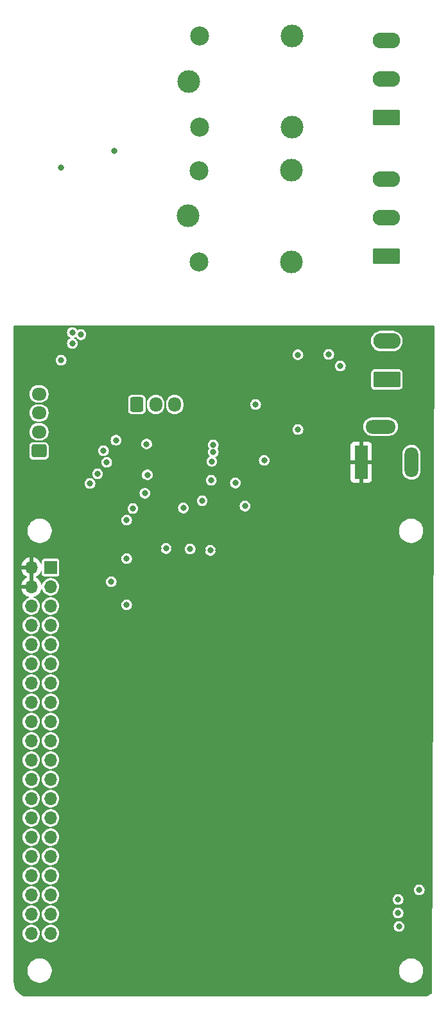
<source format=gbr>
%TF.GenerationSoftware,KiCad,Pcbnew,8.0.6*%
%TF.CreationDate,2024-12-05T11:31:46+01:00*%
%TF.ProjectId,BANBEL,42414e42-454c-42e6-9b69-6361645f7063,1.01*%
%TF.SameCoordinates,Original*%
%TF.FileFunction,Copper,L2,Inr*%
%TF.FilePolarity,Positive*%
%FSLAX46Y46*%
G04 Gerber Fmt 4.6, Leading zero omitted, Abs format (unit mm)*
G04 Created by KiCad (PCBNEW 8.0.6) date 2024-12-05 11:31:46*
%MOMM*%
%LPD*%
G01*
G04 APERTURE LIST*
G04 Aperture macros list*
%AMRoundRect*
0 Rectangle with rounded corners*
0 $1 Rounding radius*
0 $2 $3 $4 $5 $6 $7 $8 $9 X,Y pos of 4 corners*
0 Add a 4 corners polygon primitive as box body*
4,1,4,$2,$3,$4,$5,$6,$7,$8,$9,$2,$3,0*
0 Add four circle primitives for the rounded corners*
1,1,$1+$1,$2,$3*
1,1,$1+$1,$4,$5*
1,1,$1+$1,$6,$7*
1,1,$1+$1,$8,$9*
0 Add four rect primitives between the rounded corners*
20,1,$1+$1,$2,$3,$4,$5,0*
20,1,$1+$1,$4,$5,$6,$7,0*
20,1,$1+$1,$6,$7,$8,$9,0*
20,1,$1+$1,$8,$9,$2,$3,0*%
G04 Aperture macros list end*
%TA.AperFunction,ComponentPad*%
%ADD10R,1.700000X1.700000*%
%TD*%
%TA.AperFunction,ComponentPad*%
%ADD11O,1.700000X1.700000*%
%TD*%
%TA.AperFunction,ComponentPad*%
%ADD12RoundRect,0.250000X0.725000X-0.600000X0.725000X0.600000X-0.725000X0.600000X-0.725000X-0.600000X0*%
%TD*%
%TA.AperFunction,ComponentPad*%
%ADD13O,1.950000X1.700000*%
%TD*%
%TA.AperFunction,ComponentPad*%
%ADD14RoundRect,0.250000X-0.600000X-0.725000X0.600000X-0.725000X0.600000X0.725000X-0.600000X0.725000X0*%
%TD*%
%TA.AperFunction,ComponentPad*%
%ADD15O,1.700000X1.950000*%
%TD*%
%TA.AperFunction,ComponentPad*%
%ADD16RoundRect,0.249999X1.550001X-0.790001X1.550001X0.790001X-1.550001X0.790001X-1.550001X-0.790001X0*%
%TD*%
%TA.AperFunction,ComponentPad*%
%ADD17O,3.600000X2.080000*%
%TD*%
%TA.AperFunction,ComponentPad*%
%ADD18C,3.000000*%
%TD*%
%TA.AperFunction,ComponentPad*%
%ADD19C,2.500000*%
%TD*%
%TA.AperFunction,ComponentPad*%
%ADD20R,1.800000X4.400000*%
%TD*%
%TA.AperFunction,ComponentPad*%
%ADD21O,1.800000X4.000000*%
%TD*%
%TA.AperFunction,ComponentPad*%
%ADD22O,4.000000X1.800000*%
%TD*%
%TA.AperFunction,ViaPad*%
%ADD23C,0.800000*%
%TD*%
G04 APERTURE END LIST*
D10*
%TO.N,+3V3P*%
%TO.C,J2*%
X68203000Y-101239200D03*
D11*
%TO.N,+5V*%
X65663000Y-101239200D03*
%TO.N,unconnected-(J2-Pin_3-Pad3)*%
X68203000Y-103779200D03*
%TO.N,+5V*%
X65663000Y-103779200D03*
%TO.N,unconnected-(J2-Pin_5-Pad5)*%
X68203000Y-106319200D03*
%TO.N,GND*%
X65663000Y-106319200D03*
%TO.N,unconnected-(J2-Pin_7-Pad7)*%
X68203000Y-108859200D03*
%TO.N,unconnected-(J2-Pin_8-Pad8)*%
X65663000Y-108859200D03*
%TO.N,GND*%
X68203000Y-111399200D03*
%TO.N,unconnected-(J2-Pin_10-Pad10)*%
X65663000Y-111399200D03*
%TO.N,GPIO17*%
X68203000Y-113939200D03*
%TO.N,GPIO18*%
X65663000Y-113939200D03*
%TO.N,GPIO27*%
X68203000Y-116479200D03*
%TO.N,GND*%
X65663000Y-116479200D03*
%TO.N,GPIO22*%
X68203000Y-119019200D03*
%TO.N,GPIO23*%
X65663000Y-119019200D03*
%TO.N,+3V3P*%
X68203000Y-121559200D03*
%TO.N,GPIO24*%
X65663000Y-121559200D03*
%TO.N,GPIO10*%
X68203000Y-124099200D03*
%TO.N,GND*%
X65663000Y-124099200D03*
%TO.N,GPIO09*%
X68203000Y-126639200D03*
%TO.N,GPIO25*%
X65663000Y-126639200D03*
%TO.N,GPIO11*%
X68203000Y-129179200D03*
%TO.N,GPIO8*%
X65663000Y-129179200D03*
%TO.N,GND*%
X68203000Y-131719200D03*
%TO.N,GPIO7*%
X65663000Y-131719200D03*
%TO.N,unconnected-(J2-Pin_27-Pad27)*%
X68203000Y-134259200D03*
%TO.N,unconnected-(J2-Pin_28-Pad28)*%
X65663000Y-134259200D03*
%TO.N,unconnected-(J2-Pin_29-Pad29)*%
X68203000Y-136799200D03*
%TO.N,GND*%
X65663000Y-136799200D03*
%TO.N,GPIO6*%
X68203000Y-139339200D03*
%TO.N,unconnected-(J2-Pin_32-Pad32)*%
X65663000Y-139339200D03*
%TO.N,GPIO13*%
X68203000Y-141879200D03*
%TO.N,GND*%
X65663000Y-141879200D03*
%TO.N,GPIO19*%
X68203000Y-144419200D03*
%TO.N,GPIO16*%
X65663000Y-144419200D03*
%TO.N,GPIO26*%
X68203000Y-146959200D03*
%TO.N,GPIO20*%
X65663000Y-146959200D03*
%TO.N,GND*%
X68203000Y-149499200D03*
%TO.N,GPIO21*%
X65663000Y-149499200D03*
%TD*%
D12*
%TO.N,GND*%
%TO.C,J3*%
X66675000Y-85859000D03*
D13*
%TO.N,Net-(D1-A)*%
X66675000Y-83359000D03*
%TO.N,Net-(D2-A)*%
X66675000Y-80859000D03*
%TO.N,Net-(D3-A)*%
X66675000Y-78359000D03*
%TD*%
D14*
%TO.N,Net-(J1-Pin_1)*%
%TO.C,J1*%
X79582000Y-79756000D03*
D15*
%TO.N,Net-(J1-Pin_2)*%
X82082000Y-79756000D03*
%TO.N,Net-(J1-Pin_3)*%
X84582000Y-79756000D03*
%TD*%
D16*
%TO.N,Net-(J5-Pin_1)*%
%TO.C,J5*%
X112522000Y-60198000D03*
D17*
%TO.N,Net-(J5-Pin_2)*%
X112522000Y-55118000D03*
%TO.N,Net-(J5-Pin_3)*%
X112522000Y-50038000D03*
%TD*%
D16*
%TO.N,Net-(J7-Pin_1)*%
%TO.C,J7*%
X112554500Y-76454000D03*
D17*
%TO.N,Net-(J7-Pin_2)*%
X112554500Y-71374000D03*
%TD*%
D16*
%TO.N,Net-(J4-Pin_1)*%
%TO.C,J4*%
X112522000Y-41904200D03*
D17*
%TO.N,Net-(J4-Pin_2)*%
X112522000Y-36824200D03*
%TO.N,Net-(J4-Pin_3)*%
X112522000Y-31744200D03*
%TD*%
D18*
%TO.N,Net-(J4-Pin_2)*%
%TO.C,K1*%
X86434000Y-37130000D03*
D19*
%TO.N,Net-(D4-A)*%
X87834000Y-43180000D03*
D18*
%TO.N,Net-(J4-Pin_1)*%
X100034000Y-43180000D03*
%TO.N,Net-(J4-Pin_3)*%
X100034000Y-31130000D03*
D19*
%TO.N,+5V*%
X87834000Y-31180000D03*
%TD*%
D20*
%TO.N,+5V*%
%TO.C,J6*%
X109174000Y-87376000D03*
D21*
%TO.N,GND*%
X115824000Y-87376000D03*
D22*
%TO.N,unconnected-(J6-Pad3)*%
X111724000Y-82676000D03*
%TD*%
D18*
%TO.N,Net-(J5-Pin_2)*%
%TO.C,K2*%
X86360000Y-54864000D03*
D19*
%TO.N,Net-(D5-A)*%
X87760000Y-60914000D03*
D18*
%TO.N,Net-(J5-Pin_1)*%
X99960000Y-60914000D03*
%TO.N,Net-(J5-Pin_3)*%
X99960000Y-48864000D03*
D19*
%TO.N,+5V*%
X87760000Y-48914000D03*
%TD*%
D23*
%TO.N,GND*%
X78245000Y-100076000D03*
X100838000Y-83058000D03*
X100838000Y-73185000D03*
X76213000Y-103124000D03*
X106426000Y-74676000D03*
X76644500Y-46291500D03*
X71069200Y-71678800D03*
X116840000Y-143764000D03*
X96393000Y-87122000D03*
X78245000Y-94996000D03*
X80645000Y-91453000D03*
X71069200Y-70256400D03*
X80970274Y-89023800D03*
X76835012Y-84454988D03*
X79059998Y-93472014D03*
X89669822Y-86008409D03*
X86614000Y-98806000D03*
X104902000Y-73152000D03*
X93853000Y-93141800D03*
X78245000Y-106172000D03*
X83439000Y-98729800D03*
X89281000Y-98983800D03*
X72212200Y-70535800D03*
X89662000Y-85090000D03*
X95250000Y-79756000D03*
X80877758Y-84958242D03*
X85724986Y-93395800D03*
%TO.N,Net-(D1-A)*%
X114046000Y-145034000D03*
%TO.N,GPIO18*%
X75184003Y-85851997D03*
%TO.N,GPIO21*%
X75611508Y-87375999D03*
%TO.N,GPIO19*%
X74409000Y-88899990D03*
%TO.N,Net-(D2-A)*%
X114046000Y-146812000D03*
%TO.N,GPIO22*%
X73406000Y-90170000D03*
%TO.N,Net-(D3-A)*%
X114172998Y-148590000D03*
%TO.N,+3.3VA*%
X89465456Y-87247165D03*
X88209000Y-92456000D03*
%TO.N,+5V*%
X82423000Y-98729800D03*
X100837994Y-74455000D03*
X105664000Y-83058000D03*
X88265000Y-98983800D03*
X106680000Y-79502000D03*
X67564000Y-70866000D03*
X83058000Y-71882000D03*
X90297000Y-98983800D03*
X84399000Y-100838000D03*
X84455000Y-98729800D03*
%TO.N,GPIO24*%
X69596003Y-73914003D03*
X69596003Y-48514000D03*
%TO.N,Net-(U3-CAPM)*%
X89408000Y-89749792D03*
X92583000Y-90093800D03*
%TD*%
%TA.AperFunction,Conductor*%
%TO.N,+5V*%
G36*
X65917000Y-103348497D02*
G01*
X65855993Y-103313275D01*
X65728826Y-103279200D01*
X65597174Y-103279200D01*
X65470007Y-103313275D01*
X65409000Y-103348497D01*
X65409000Y-101669902D01*
X65470007Y-101705125D01*
X65597174Y-101739200D01*
X65728826Y-101739200D01*
X65855993Y-101705125D01*
X65917000Y-101669902D01*
X65917000Y-103348497D01*
G37*
%TD.AperFunction*%
%TA.AperFunction,Conductor*%
G36*
X118808280Y-69366971D02*
G01*
X118852465Y-69385297D01*
X118870751Y-69429499D01*
X118870751Y-69429718D01*
X118522769Y-157329965D01*
X118504288Y-157374087D01*
X118501478Y-157376708D01*
X118442641Y-157428307D01*
X118436155Y-157433284D01*
X118233658Y-157568588D01*
X118226578Y-157572676D01*
X118008144Y-157680395D01*
X118000591Y-157683523D01*
X117769976Y-157761807D01*
X117762079Y-157763923D01*
X117523215Y-157811436D01*
X117515110Y-157812503D01*
X117270044Y-157828566D01*
X117265956Y-157828700D01*
X65270044Y-157828700D01*
X65265956Y-157828566D01*
X65020889Y-157812503D01*
X65012784Y-157811436D01*
X64773920Y-157763923D01*
X64766023Y-157761807D01*
X64535408Y-157683523D01*
X64527855Y-157680395D01*
X64309421Y-157572676D01*
X64302341Y-157568588D01*
X64099844Y-157433284D01*
X64093358Y-157428307D01*
X64086049Y-157421897D01*
X63910245Y-157267721D01*
X63904478Y-157261954D01*
X63743891Y-157078840D01*
X63738915Y-157072355D01*
X63603611Y-156869858D01*
X63599523Y-156862778D01*
X63491804Y-156644344D01*
X63488676Y-156636791D01*
X63466947Y-156572779D01*
X63410389Y-156406165D01*
X63408278Y-156398289D01*
X63360762Y-156159414D01*
X63359696Y-156151310D01*
X63343634Y-155906244D01*
X63343500Y-155902156D01*
X63343500Y-154278240D01*
X65167500Y-154278240D01*
X65167500Y-154530159D01*
X65167501Y-154530175D01*
X65206909Y-154778982D01*
X65206909Y-154778983D01*
X65206910Y-154778985D01*
X65284759Y-155018579D01*
X65399130Y-155243045D01*
X65547207Y-155446856D01*
X65547210Y-155446859D01*
X65547213Y-155446863D01*
X65725336Y-155624986D01*
X65725339Y-155624988D01*
X65725344Y-155624993D01*
X65929155Y-155773070D01*
X66153621Y-155887441D01*
X66393215Y-155965290D01*
X66498083Y-155981899D01*
X66642024Y-156004698D01*
X66642030Y-156004698D01*
X66642038Y-156004700D01*
X66642040Y-156004700D01*
X66893960Y-156004700D01*
X66893962Y-156004700D01*
X67142785Y-155965290D01*
X67382379Y-155887441D01*
X67606845Y-155773070D01*
X67810656Y-155624993D01*
X67988793Y-155446856D01*
X68136870Y-155243045D01*
X68251241Y-155018579D01*
X68329090Y-154778985D01*
X68368500Y-154530162D01*
X68368500Y-154278240D01*
X114167500Y-154278240D01*
X114167500Y-154530159D01*
X114167501Y-154530175D01*
X114206909Y-154778982D01*
X114206909Y-154778983D01*
X114206910Y-154778985D01*
X114284759Y-155018579D01*
X114399130Y-155243045D01*
X114547207Y-155446856D01*
X114547210Y-155446859D01*
X114547213Y-155446863D01*
X114725336Y-155624986D01*
X114725339Y-155624988D01*
X114725344Y-155624993D01*
X114929155Y-155773070D01*
X115153621Y-155887441D01*
X115393215Y-155965290D01*
X115498083Y-155981899D01*
X115642024Y-156004698D01*
X115642030Y-156004698D01*
X115642038Y-156004700D01*
X115642040Y-156004700D01*
X115893960Y-156004700D01*
X115893962Y-156004700D01*
X116142785Y-155965290D01*
X116382379Y-155887441D01*
X116606845Y-155773070D01*
X116810656Y-155624993D01*
X116988793Y-155446856D01*
X117136870Y-155243045D01*
X117251241Y-155018579D01*
X117329090Y-154778985D01*
X117368500Y-154530162D01*
X117368500Y-154278238D01*
X117329090Y-154029415D01*
X117251241Y-153789821D01*
X117136870Y-153565355D01*
X116988793Y-153361544D01*
X116988788Y-153361539D01*
X116988786Y-153361536D01*
X116810663Y-153183413D01*
X116810659Y-153183410D01*
X116810656Y-153183407D01*
X116606845Y-153035330D01*
X116382379Y-152920959D01*
X116382377Y-152920958D01*
X116142783Y-152843109D01*
X115893975Y-152803701D01*
X115893963Y-152803700D01*
X115893962Y-152803700D01*
X115642038Y-152803700D01*
X115642036Y-152803700D01*
X115642024Y-152803701D01*
X115393217Y-152843109D01*
X115393216Y-152843109D01*
X115153622Y-152920958D01*
X115153614Y-152920962D01*
X114936457Y-153031609D01*
X114929155Y-153035330D01*
X114725344Y-153183407D01*
X114725336Y-153183413D01*
X114547213Y-153361536D01*
X114399129Y-153565357D01*
X114284762Y-153789814D01*
X114284758Y-153789822D01*
X114206909Y-154029416D01*
X114206909Y-154029417D01*
X114167501Y-154278224D01*
X114167500Y-154278240D01*
X68368500Y-154278240D01*
X68368500Y-154278238D01*
X68329090Y-154029415D01*
X68251241Y-153789821D01*
X68136870Y-153565355D01*
X67988793Y-153361544D01*
X67988788Y-153361539D01*
X67988786Y-153361536D01*
X67810663Y-153183413D01*
X67810659Y-153183410D01*
X67810656Y-153183407D01*
X67606845Y-153035330D01*
X67382379Y-152920959D01*
X67382377Y-152920958D01*
X67142783Y-152843109D01*
X66893975Y-152803701D01*
X66893963Y-152803700D01*
X66893962Y-152803700D01*
X66642038Y-152803700D01*
X66642036Y-152803700D01*
X66642024Y-152803701D01*
X66393217Y-152843109D01*
X66393216Y-152843109D01*
X66153622Y-152920958D01*
X66153614Y-152920962D01*
X65936457Y-153031609D01*
X65929155Y-153035330D01*
X65725344Y-153183407D01*
X65725336Y-153183413D01*
X65547213Y-153361536D01*
X65399129Y-153565357D01*
X65284762Y-153789814D01*
X65284758Y-153789822D01*
X65206909Y-154029416D01*
X65206909Y-154029417D01*
X65167501Y-154278224D01*
X65167500Y-154278240D01*
X63343500Y-154278240D01*
X63343500Y-149499196D01*
X64507571Y-149499196D01*
X64507571Y-149499203D01*
X64527242Y-149711502D01*
X64527244Y-149711513D01*
X64585596Y-149916591D01*
X64680631Y-150107450D01*
X64680632Y-150107452D01*
X64680634Y-150107455D01*
X64809128Y-150277607D01*
X64966697Y-150421251D01*
X64966696Y-150421251D01*
X65147977Y-150533496D01*
X65147978Y-150533497D01*
X65147981Y-150533498D01*
X65346802Y-150610521D01*
X65556390Y-150649700D01*
X65556393Y-150649700D01*
X65769607Y-150649700D01*
X65769610Y-150649700D01*
X65979198Y-150610521D01*
X66178019Y-150533498D01*
X66359302Y-150421252D01*
X66516872Y-150277607D01*
X66645366Y-150107455D01*
X66740405Y-149916589D01*
X66798756Y-149711510D01*
X66818429Y-149499200D01*
X66818429Y-149499196D01*
X67047571Y-149499196D01*
X67047571Y-149499203D01*
X67067242Y-149711502D01*
X67067244Y-149711513D01*
X67125596Y-149916591D01*
X67220631Y-150107450D01*
X67220632Y-150107452D01*
X67220634Y-150107455D01*
X67349128Y-150277607D01*
X67506697Y-150421251D01*
X67506696Y-150421251D01*
X67687977Y-150533496D01*
X67687978Y-150533497D01*
X67687981Y-150533498D01*
X67886802Y-150610521D01*
X68096390Y-150649700D01*
X68096393Y-150649700D01*
X68309607Y-150649700D01*
X68309610Y-150649700D01*
X68519198Y-150610521D01*
X68718019Y-150533498D01*
X68899302Y-150421252D01*
X69056872Y-150277607D01*
X69185366Y-150107455D01*
X69280405Y-149916589D01*
X69338756Y-149711510D01*
X69358429Y-149499200D01*
X69339090Y-149290499D01*
X69338757Y-149286897D01*
X69338755Y-149286886D01*
X69305706Y-149170734D01*
X69280405Y-149081811D01*
X69185366Y-148890945D01*
X69056872Y-148720793D01*
X68913395Y-148589996D01*
X113467353Y-148589996D01*
X113467353Y-148590003D01*
X113487856Y-148758864D01*
X113487857Y-148758870D01*
X113548180Y-148917931D01*
X113644809Y-149057922D01*
X113644814Y-149057928D01*
X113644815Y-149057929D01*
X113772146Y-149170734D01*
X113922773Y-149249790D01*
X114087942Y-149290500D01*
X114087944Y-149290500D01*
X114258052Y-149290500D01*
X114258054Y-149290500D01*
X114423223Y-149249790D01*
X114573850Y-149170734D01*
X114701181Y-149057929D01*
X114797816Y-148917930D01*
X114858138Y-148758872D01*
X114862761Y-148720797D01*
X114878643Y-148590003D01*
X114878643Y-148589996D01*
X114858139Y-148421135D01*
X114858138Y-148421129D01*
X114797815Y-148262068D01*
X114701186Y-148122077D01*
X114701179Y-148122069D01*
X114573849Y-148009265D01*
X114423224Y-147930210D01*
X114258057Y-147889500D01*
X114258054Y-147889500D01*
X114087942Y-147889500D01*
X114087938Y-147889500D01*
X113922771Y-147930210D01*
X113772146Y-148009265D01*
X113644816Y-148122069D01*
X113644809Y-148122077D01*
X113548180Y-148262068D01*
X113487857Y-148421129D01*
X113487856Y-148421135D01*
X113467353Y-148589996D01*
X68913395Y-148589996D01*
X68899302Y-148577148D01*
X68899303Y-148577148D01*
X68718022Y-148464903D01*
X68718021Y-148464902D01*
X68601703Y-148419841D01*
X68519198Y-148387879D01*
X68519195Y-148387878D01*
X68519194Y-148387878D01*
X68309614Y-148348700D01*
X68309610Y-148348700D01*
X68096390Y-148348700D01*
X68096385Y-148348700D01*
X67886805Y-148387878D01*
X67687978Y-148464902D01*
X67687977Y-148464903D01*
X67506696Y-148577148D01*
X67349126Y-148720795D01*
X67349124Y-148720797D01*
X67220634Y-148890945D01*
X67220631Y-148890949D01*
X67125596Y-149081808D01*
X67067244Y-149286886D01*
X67067242Y-149286897D01*
X67047571Y-149499196D01*
X66818429Y-149499196D01*
X66799090Y-149290499D01*
X66798757Y-149286897D01*
X66798755Y-149286886D01*
X66765706Y-149170734D01*
X66740405Y-149081811D01*
X66645366Y-148890945D01*
X66516872Y-148720793D01*
X66359302Y-148577148D01*
X66359303Y-148577148D01*
X66178022Y-148464903D01*
X66178021Y-148464902D01*
X66061703Y-148419841D01*
X65979198Y-148387879D01*
X65979195Y-148387878D01*
X65979194Y-148387878D01*
X65769614Y-148348700D01*
X65769610Y-148348700D01*
X65556390Y-148348700D01*
X65556385Y-148348700D01*
X65346805Y-148387878D01*
X65147978Y-148464902D01*
X65147977Y-148464903D01*
X64966696Y-148577148D01*
X64809126Y-148720795D01*
X64809124Y-148720797D01*
X64680634Y-148890945D01*
X64680631Y-148890949D01*
X64585596Y-149081808D01*
X64527244Y-149286886D01*
X64527242Y-149286897D01*
X64507571Y-149499196D01*
X63343500Y-149499196D01*
X63343500Y-146959196D01*
X64507571Y-146959196D01*
X64507571Y-146959203D01*
X64527242Y-147171502D01*
X64527244Y-147171513D01*
X64585596Y-147376591D01*
X64680631Y-147567450D01*
X64680632Y-147567452D01*
X64680634Y-147567455D01*
X64809128Y-147737607D01*
X64966697Y-147881251D01*
X64966696Y-147881251D01*
X65147977Y-147993496D01*
X65147978Y-147993497D01*
X65147981Y-147993498D01*
X65346802Y-148070521D01*
X65556390Y-148109700D01*
X65556393Y-148109700D01*
X65769607Y-148109700D01*
X65769610Y-148109700D01*
X65979198Y-148070521D01*
X66178019Y-147993498D01*
X66359302Y-147881252D01*
X66516872Y-147737607D01*
X66645366Y-147567455D01*
X66740405Y-147376589D01*
X66798756Y-147171510D01*
X66801682Y-147139931D01*
X66818429Y-146959203D01*
X66818429Y-146959196D01*
X67047571Y-146959196D01*
X67047571Y-146959203D01*
X67067242Y-147171502D01*
X67067244Y-147171513D01*
X67125596Y-147376591D01*
X67220631Y-147567450D01*
X67220632Y-147567452D01*
X67220634Y-147567455D01*
X67349128Y-147737607D01*
X67506697Y-147881251D01*
X67506696Y-147881251D01*
X67687977Y-147993496D01*
X67687978Y-147993497D01*
X67687981Y-147993498D01*
X67886802Y-148070521D01*
X68096390Y-148109700D01*
X68096393Y-148109700D01*
X68309607Y-148109700D01*
X68309610Y-148109700D01*
X68519198Y-148070521D01*
X68718019Y-147993498D01*
X68899302Y-147881252D01*
X69056872Y-147737607D01*
X69185366Y-147567455D01*
X69280405Y-147376589D01*
X69338756Y-147171510D01*
X69341682Y-147139931D01*
X69358429Y-146959203D01*
X69358429Y-146959196D01*
X69344789Y-146811996D01*
X113340355Y-146811996D01*
X113340355Y-146812003D01*
X113360858Y-146980864D01*
X113360859Y-146980870D01*
X113421182Y-147139931D01*
X113517811Y-147279922D01*
X113517816Y-147279928D01*
X113517817Y-147279929D01*
X113645148Y-147392734D01*
X113795775Y-147471790D01*
X113960944Y-147512500D01*
X113960946Y-147512500D01*
X114131054Y-147512500D01*
X114131056Y-147512500D01*
X114296225Y-147471790D01*
X114446852Y-147392734D01*
X114574183Y-147279929D01*
X114670818Y-147139930D01*
X114731140Y-146980872D01*
X114733771Y-146959203D01*
X114751645Y-146812003D01*
X114751645Y-146811996D01*
X114731141Y-146643135D01*
X114731140Y-146643129D01*
X114670817Y-146484068D01*
X114574188Y-146344077D01*
X114574181Y-146344069D01*
X114446851Y-146231265D01*
X114296226Y-146152210D01*
X114131059Y-146111500D01*
X114131056Y-146111500D01*
X113960944Y-146111500D01*
X113960940Y-146111500D01*
X113795773Y-146152210D01*
X113645148Y-146231265D01*
X113517818Y-146344069D01*
X113517811Y-146344077D01*
X113421182Y-146484068D01*
X113360859Y-146643129D01*
X113360858Y-146643135D01*
X113340355Y-146811996D01*
X69344789Y-146811996D01*
X69338757Y-146746897D01*
X69338755Y-146746886D01*
X69332480Y-146724835D01*
X69280405Y-146541811D01*
X69185366Y-146350945D01*
X69056872Y-146180793D01*
X68899302Y-146037148D01*
X68899303Y-146037148D01*
X68718022Y-145924903D01*
X68718021Y-145924902D01*
X68601703Y-145879841D01*
X68519198Y-145847879D01*
X68519195Y-145847878D01*
X68519194Y-145847878D01*
X68309614Y-145808700D01*
X68309610Y-145808700D01*
X68096390Y-145808700D01*
X68096385Y-145808700D01*
X67886805Y-145847878D01*
X67687978Y-145924902D01*
X67687977Y-145924903D01*
X67506696Y-146037148D01*
X67349126Y-146180795D01*
X67349124Y-146180797D01*
X67220634Y-146350945D01*
X67220631Y-146350949D01*
X67125596Y-146541808D01*
X67067244Y-146746886D01*
X67067242Y-146746897D01*
X67047571Y-146959196D01*
X66818429Y-146959196D01*
X66798757Y-146746897D01*
X66798755Y-146746886D01*
X66792480Y-146724835D01*
X66740405Y-146541811D01*
X66645366Y-146350945D01*
X66516872Y-146180793D01*
X66359302Y-146037148D01*
X66359303Y-146037148D01*
X66178022Y-145924903D01*
X66178021Y-145924902D01*
X66061703Y-145879841D01*
X65979198Y-145847879D01*
X65979195Y-145847878D01*
X65979194Y-145847878D01*
X65769614Y-145808700D01*
X65769610Y-145808700D01*
X65556390Y-145808700D01*
X65556385Y-145808700D01*
X65346805Y-145847878D01*
X65147978Y-145924902D01*
X65147977Y-145924903D01*
X64966696Y-146037148D01*
X64809126Y-146180795D01*
X64809124Y-146180797D01*
X64680634Y-146350945D01*
X64680631Y-146350949D01*
X64585596Y-146541808D01*
X64527244Y-146746886D01*
X64527242Y-146746897D01*
X64507571Y-146959196D01*
X63343500Y-146959196D01*
X63343500Y-144419196D01*
X64507571Y-144419196D01*
X64507571Y-144419203D01*
X64527242Y-144631502D01*
X64527244Y-144631513D01*
X64585596Y-144836591D01*
X64680631Y-145027450D01*
X64680632Y-145027452D01*
X64680634Y-145027455D01*
X64809128Y-145197607D01*
X64966697Y-145341251D01*
X64966696Y-145341251D01*
X65147977Y-145453496D01*
X65147978Y-145453497D01*
X65147981Y-145453498D01*
X65346802Y-145530521D01*
X65556390Y-145569700D01*
X65556393Y-145569700D01*
X65769607Y-145569700D01*
X65769610Y-145569700D01*
X65979198Y-145530521D01*
X66178019Y-145453498D01*
X66359302Y-145341252D01*
X66516872Y-145197607D01*
X66645366Y-145027455D01*
X66740405Y-144836589D01*
X66798756Y-144631510D01*
X66804820Y-144566069D01*
X66818429Y-144419203D01*
X66818429Y-144419196D01*
X67047571Y-144419196D01*
X67047571Y-144419203D01*
X67067242Y-144631502D01*
X67067244Y-144631513D01*
X67125596Y-144836591D01*
X67220631Y-145027450D01*
X67220632Y-145027452D01*
X67220634Y-145027455D01*
X67349128Y-145197607D01*
X67506697Y-145341251D01*
X67506696Y-145341251D01*
X67687977Y-145453496D01*
X67687978Y-145453497D01*
X67687981Y-145453498D01*
X67886802Y-145530521D01*
X68096390Y-145569700D01*
X68096393Y-145569700D01*
X68309607Y-145569700D01*
X68309610Y-145569700D01*
X68519198Y-145530521D01*
X68718019Y-145453498D01*
X68899302Y-145341252D01*
X69056872Y-145197607D01*
X69180426Y-145033996D01*
X113340355Y-145033996D01*
X113340355Y-145034003D01*
X113360858Y-145202864D01*
X113360859Y-145202870D01*
X113421182Y-145361931D01*
X113517811Y-145501922D01*
X113517816Y-145501928D01*
X113517817Y-145501929D01*
X113645148Y-145614734D01*
X113795775Y-145693790D01*
X113960944Y-145734500D01*
X113960946Y-145734500D01*
X114131054Y-145734500D01*
X114131056Y-145734500D01*
X114296225Y-145693790D01*
X114446852Y-145614734D01*
X114574183Y-145501929D01*
X114670818Y-145361930D01*
X114731140Y-145202872D01*
X114751645Y-145034000D01*
X114750850Y-145027455D01*
X114731141Y-144865135D01*
X114731140Y-144865129D01*
X114720316Y-144836589D01*
X114670818Y-144706070D01*
X114619353Y-144631510D01*
X114574188Y-144566077D01*
X114574181Y-144566069D01*
X114446851Y-144453265D01*
X114296226Y-144374210D01*
X114131059Y-144333500D01*
X114131056Y-144333500D01*
X113960944Y-144333500D01*
X113960940Y-144333500D01*
X113795773Y-144374210D01*
X113645148Y-144453265D01*
X113517818Y-144566069D01*
X113517811Y-144566077D01*
X113421182Y-144706068D01*
X113360859Y-144865129D01*
X113360858Y-144865135D01*
X113340355Y-145033996D01*
X69180426Y-145033996D01*
X69185366Y-145027455D01*
X69280405Y-144836589D01*
X69338756Y-144631510D01*
X69344820Y-144566069D01*
X69358429Y-144419203D01*
X69358429Y-144419196D01*
X69338757Y-144206897D01*
X69338755Y-144206886D01*
X69332480Y-144184835D01*
X69280405Y-144001811D01*
X69185366Y-143810945D01*
X69149911Y-143763996D01*
X116134355Y-143763996D01*
X116134355Y-143764003D01*
X116154858Y-143932864D01*
X116154859Y-143932870D01*
X116215182Y-144091931D01*
X116311811Y-144231922D01*
X116311818Y-144231930D01*
X116439148Y-144344734D01*
X116581029Y-144419200D01*
X116589775Y-144423790D01*
X116754944Y-144464500D01*
X116754946Y-144464500D01*
X116925054Y-144464500D01*
X116925056Y-144464500D01*
X117090225Y-144423790D01*
X117240852Y-144344734D01*
X117368183Y-144231929D01*
X117385462Y-144206897D01*
X117464817Y-144091931D01*
X117464816Y-144091931D01*
X117464818Y-144091930D01*
X117525140Y-143932872D01*
X117525141Y-143932864D01*
X117545645Y-143764003D01*
X117545645Y-143763996D01*
X117525141Y-143595135D01*
X117525140Y-143595129D01*
X117487981Y-143497148D01*
X117464818Y-143436070D01*
X117429500Y-143384903D01*
X117368188Y-143296077D01*
X117368181Y-143296069D01*
X117240851Y-143183265D01*
X117090226Y-143104210D01*
X116925059Y-143063500D01*
X116925056Y-143063500D01*
X116754944Y-143063500D01*
X116754940Y-143063500D01*
X116589773Y-143104210D01*
X116439148Y-143183265D01*
X116311818Y-143296069D01*
X116311811Y-143296077D01*
X116215182Y-143436068D01*
X116154859Y-143595129D01*
X116154858Y-143595135D01*
X116134355Y-143763996D01*
X69149911Y-143763996D01*
X69056872Y-143640793D01*
X68899302Y-143497148D01*
X68899303Y-143497148D01*
X68718022Y-143384903D01*
X68718021Y-143384902D01*
X68601703Y-143339841D01*
X68519198Y-143307879D01*
X68519195Y-143307878D01*
X68519194Y-143307878D01*
X68309614Y-143268700D01*
X68309610Y-143268700D01*
X68096390Y-143268700D01*
X68096385Y-143268700D01*
X67886805Y-143307878D01*
X67687978Y-143384902D01*
X67687977Y-143384903D01*
X67506696Y-143497148D01*
X67349126Y-143640795D01*
X67349124Y-143640797D01*
X67220634Y-143810945D01*
X67220631Y-143810949D01*
X67125596Y-144001808D01*
X67067244Y-144206886D01*
X67067242Y-144206897D01*
X67047571Y-144419196D01*
X66818429Y-144419196D01*
X66798757Y-144206897D01*
X66798755Y-144206886D01*
X66792480Y-144184835D01*
X66740405Y-144001811D01*
X66645366Y-143810945D01*
X66516872Y-143640793D01*
X66359302Y-143497148D01*
X66359303Y-143497148D01*
X66178022Y-143384903D01*
X66178021Y-143384902D01*
X66061703Y-143339841D01*
X65979198Y-143307879D01*
X65979195Y-143307878D01*
X65979194Y-143307878D01*
X65769614Y-143268700D01*
X65769610Y-143268700D01*
X65556390Y-143268700D01*
X65556385Y-143268700D01*
X65346805Y-143307878D01*
X65147978Y-143384902D01*
X65147977Y-143384903D01*
X64966696Y-143497148D01*
X64809126Y-143640795D01*
X64809124Y-143640797D01*
X64680634Y-143810945D01*
X64680631Y-143810949D01*
X64585596Y-144001808D01*
X64527244Y-144206886D01*
X64527242Y-144206897D01*
X64507571Y-144419196D01*
X63343500Y-144419196D01*
X63343500Y-141879196D01*
X64507571Y-141879196D01*
X64507571Y-141879203D01*
X64527242Y-142091502D01*
X64527244Y-142091513D01*
X64585596Y-142296591D01*
X64680631Y-142487450D01*
X64680632Y-142487452D01*
X64680634Y-142487455D01*
X64809128Y-142657607D01*
X64966697Y-142801251D01*
X64966696Y-142801251D01*
X65147977Y-142913496D01*
X65147978Y-142913497D01*
X65147981Y-142913498D01*
X65346802Y-142990521D01*
X65556390Y-143029700D01*
X65556393Y-143029700D01*
X65769607Y-143029700D01*
X65769610Y-143029700D01*
X65979198Y-142990521D01*
X66178019Y-142913498D01*
X66359302Y-142801252D01*
X66516872Y-142657607D01*
X66645366Y-142487455D01*
X66740405Y-142296589D01*
X66798756Y-142091510D01*
X66818429Y-141879200D01*
X66818429Y-141879196D01*
X67047571Y-141879196D01*
X67047571Y-141879203D01*
X67067242Y-142091502D01*
X67067244Y-142091513D01*
X67125596Y-142296591D01*
X67220631Y-142487450D01*
X67220632Y-142487452D01*
X67220634Y-142487455D01*
X67349128Y-142657607D01*
X67506697Y-142801251D01*
X67506696Y-142801251D01*
X67687977Y-142913496D01*
X67687978Y-142913497D01*
X67687981Y-142913498D01*
X67886802Y-142990521D01*
X68096390Y-143029700D01*
X68096393Y-143029700D01*
X68309607Y-143029700D01*
X68309610Y-143029700D01*
X68519198Y-142990521D01*
X68718019Y-142913498D01*
X68899302Y-142801252D01*
X69056872Y-142657607D01*
X69185366Y-142487455D01*
X69280405Y-142296589D01*
X69338756Y-142091510D01*
X69358429Y-141879200D01*
X69338756Y-141666890D01*
X69280405Y-141461811D01*
X69185366Y-141270945D01*
X69056872Y-141100793D01*
X68899302Y-140957148D01*
X68899303Y-140957148D01*
X68718022Y-140844903D01*
X68718021Y-140844902D01*
X68601703Y-140799841D01*
X68519198Y-140767879D01*
X68519195Y-140767878D01*
X68519194Y-140767878D01*
X68309614Y-140728700D01*
X68309610Y-140728700D01*
X68096390Y-140728700D01*
X68096385Y-140728700D01*
X67886805Y-140767878D01*
X67687978Y-140844902D01*
X67687977Y-140844903D01*
X67506696Y-140957148D01*
X67349126Y-141100795D01*
X67349124Y-141100797D01*
X67220634Y-141270945D01*
X67220631Y-141270949D01*
X67125596Y-141461808D01*
X67067244Y-141666886D01*
X67067242Y-141666897D01*
X67047571Y-141879196D01*
X66818429Y-141879196D01*
X66798756Y-141666890D01*
X66740405Y-141461811D01*
X66645366Y-141270945D01*
X66516872Y-141100793D01*
X66359302Y-140957148D01*
X66359303Y-140957148D01*
X66178022Y-140844903D01*
X66178021Y-140844902D01*
X66061703Y-140799841D01*
X65979198Y-140767879D01*
X65979195Y-140767878D01*
X65979194Y-140767878D01*
X65769614Y-140728700D01*
X65769610Y-140728700D01*
X65556390Y-140728700D01*
X65556385Y-140728700D01*
X65346805Y-140767878D01*
X65147978Y-140844902D01*
X65147977Y-140844903D01*
X64966696Y-140957148D01*
X64809126Y-141100795D01*
X64809124Y-141100797D01*
X64680634Y-141270945D01*
X64680631Y-141270949D01*
X64585596Y-141461808D01*
X64527244Y-141666886D01*
X64527242Y-141666897D01*
X64507571Y-141879196D01*
X63343500Y-141879196D01*
X63343500Y-139339196D01*
X64507571Y-139339196D01*
X64507571Y-139339203D01*
X64527242Y-139551502D01*
X64527244Y-139551513D01*
X64585596Y-139756591D01*
X64680631Y-139947450D01*
X64680632Y-139947452D01*
X64680634Y-139947455D01*
X64809128Y-140117607D01*
X64966697Y-140261251D01*
X64966696Y-140261251D01*
X65147977Y-140373496D01*
X65147978Y-140373497D01*
X65147981Y-140373498D01*
X65346802Y-140450521D01*
X65556390Y-140489700D01*
X65556393Y-140489700D01*
X65769607Y-140489700D01*
X65769610Y-140489700D01*
X65979198Y-140450521D01*
X66178019Y-140373498D01*
X66359302Y-140261252D01*
X66516872Y-140117607D01*
X66645366Y-139947455D01*
X66740405Y-139756589D01*
X66798756Y-139551510D01*
X66818429Y-139339200D01*
X66818429Y-139339196D01*
X67047571Y-139339196D01*
X67047571Y-139339203D01*
X67067242Y-139551502D01*
X67067244Y-139551513D01*
X67125596Y-139756591D01*
X67220631Y-139947450D01*
X67220632Y-139947452D01*
X67220634Y-139947455D01*
X67349128Y-140117607D01*
X67506697Y-140261251D01*
X67506696Y-140261251D01*
X67687977Y-140373496D01*
X67687978Y-140373497D01*
X67687981Y-140373498D01*
X67886802Y-140450521D01*
X68096390Y-140489700D01*
X68096393Y-140489700D01*
X68309607Y-140489700D01*
X68309610Y-140489700D01*
X68519198Y-140450521D01*
X68718019Y-140373498D01*
X68899302Y-140261252D01*
X69056872Y-140117607D01*
X69185366Y-139947455D01*
X69280405Y-139756589D01*
X69338756Y-139551510D01*
X69358429Y-139339200D01*
X69338756Y-139126890D01*
X69280405Y-138921811D01*
X69185366Y-138730945D01*
X69056872Y-138560793D01*
X68899302Y-138417148D01*
X68899303Y-138417148D01*
X68718022Y-138304903D01*
X68718021Y-138304902D01*
X68601703Y-138259841D01*
X68519198Y-138227879D01*
X68519195Y-138227878D01*
X68519194Y-138227878D01*
X68309614Y-138188700D01*
X68309610Y-138188700D01*
X68096390Y-138188700D01*
X68096385Y-138188700D01*
X67886805Y-138227878D01*
X67687978Y-138304902D01*
X67687977Y-138304903D01*
X67506696Y-138417148D01*
X67349126Y-138560795D01*
X67349124Y-138560797D01*
X67220634Y-138730945D01*
X67220631Y-138730949D01*
X67125596Y-138921808D01*
X67067244Y-139126886D01*
X67067242Y-139126897D01*
X67047571Y-139339196D01*
X66818429Y-139339196D01*
X66798756Y-139126890D01*
X66740405Y-138921811D01*
X66645366Y-138730945D01*
X66516872Y-138560793D01*
X66359302Y-138417148D01*
X66359303Y-138417148D01*
X66178022Y-138304903D01*
X66178021Y-138304902D01*
X66061703Y-138259841D01*
X65979198Y-138227879D01*
X65979195Y-138227878D01*
X65979194Y-138227878D01*
X65769614Y-138188700D01*
X65769610Y-138188700D01*
X65556390Y-138188700D01*
X65556385Y-138188700D01*
X65346805Y-138227878D01*
X65147978Y-138304902D01*
X65147977Y-138304903D01*
X64966696Y-138417148D01*
X64809126Y-138560795D01*
X64809124Y-138560797D01*
X64680634Y-138730945D01*
X64680631Y-138730949D01*
X64585596Y-138921808D01*
X64527244Y-139126886D01*
X64527242Y-139126897D01*
X64507571Y-139339196D01*
X63343500Y-139339196D01*
X63343500Y-136799196D01*
X64507571Y-136799196D01*
X64507571Y-136799203D01*
X64527242Y-137011502D01*
X64527244Y-137011513D01*
X64585596Y-137216591D01*
X64680631Y-137407450D01*
X64680632Y-137407452D01*
X64680634Y-137407455D01*
X64809128Y-137577607D01*
X64966697Y-137721251D01*
X64966696Y-137721251D01*
X65147977Y-137833496D01*
X65147978Y-137833497D01*
X65147981Y-137833498D01*
X65346802Y-137910521D01*
X65556390Y-137949700D01*
X65556393Y-137949700D01*
X65769607Y-137949700D01*
X65769610Y-137949700D01*
X65979198Y-137910521D01*
X66178019Y-137833498D01*
X66359302Y-137721252D01*
X66516872Y-137577607D01*
X66645366Y-137407455D01*
X66740405Y-137216589D01*
X66798756Y-137011510D01*
X66818429Y-136799200D01*
X66818429Y-136799196D01*
X67047571Y-136799196D01*
X67047571Y-136799203D01*
X67067242Y-137011502D01*
X67067244Y-137011513D01*
X67125596Y-137216591D01*
X67220631Y-137407450D01*
X67220632Y-137407452D01*
X67220634Y-137407455D01*
X67349128Y-137577607D01*
X67506697Y-137721251D01*
X67506696Y-137721251D01*
X67687977Y-137833496D01*
X67687978Y-137833497D01*
X67687981Y-137833498D01*
X67886802Y-137910521D01*
X68096390Y-137949700D01*
X68096393Y-137949700D01*
X68309607Y-137949700D01*
X68309610Y-137949700D01*
X68519198Y-137910521D01*
X68718019Y-137833498D01*
X68899302Y-137721252D01*
X69056872Y-137577607D01*
X69185366Y-137407455D01*
X69280405Y-137216589D01*
X69338756Y-137011510D01*
X69358429Y-136799200D01*
X69338756Y-136586890D01*
X69280405Y-136381811D01*
X69185366Y-136190945D01*
X69056872Y-136020793D01*
X68899302Y-135877148D01*
X68899303Y-135877148D01*
X68718022Y-135764903D01*
X68718021Y-135764902D01*
X68601703Y-135719841D01*
X68519198Y-135687879D01*
X68519195Y-135687878D01*
X68519194Y-135687878D01*
X68309614Y-135648700D01*
X68309610Y-135648700D01*
X68096390Y-135648700D01*
X68096385Y-135648700D01*
X67886805Y-135687878D01*
X67687978Y-135764902D01*
X67687977Y-135764903D01*
X67506696Y-135877148D01*
X67349126Y-136020795D01*
X67349124Y-136020797D01*
X67220634Y-136190945D01*
X67220631Y-136190949D01*
X67125596Y-136381808D01*
X67067244Y-136586886D01*
X67067242Y-136586897D01*
X67047571Y-136799196D01*
X66818429Y-136799196D01*
X66798756Y-136586890D01*
X66740405Y-136381811D01*
X66645366Y-136190945D01*
X66516872Y-136020793D01*
X66359302Y-135877148D01*
X66359303Y-135877148D01*
X66178022Y-135764903D01*
X66178021Y-135764902D01*
X66061703Y-135719841D01*
X65979198Y-135687879D01*
X65979195Y-135687878D01*
X65979194Y-135687878D01*
X65769614Y-135648700D01*
X65769610Y-135648700D01*
X65556390Y-135648700D01*
X65556385Y-135648700D01*
X65346805Y-135687878D01*
X65147978Y-135764902D01*
X65147977Y-135764903D01*
X64966696Y-135877148D01*
X64809126Y-136020795D01*
X64809124Y-136020797D01*
X64680634Y-136190945D01*
X64680631Y-136190949D01*
X64585596Y-136381808D01*
X64527244Y-136586886D01*
X64527242Y-136586897D01*
X64507571Y-136799196D01*
X63343500Y-136799196D01*
X63343500Y-134259196D01*
X64507571Y-134259196D01*
X64507571Y-134259203D01*
X64527242Y-134471502D01*
X64527244Y-134471513D01*
X64585596Y-134676591D01*
X64680631Y-134867450D01*
X64680632Y-134867452D01*
X64680634Y-134867455D01*
X64809128Y-135037607D01*
X64966697Y-135181251D01*
X64966696Y-135181251D01*
X65147977Y-135293496D01*
X65147978Y-135293497D01*
X65147981Y-135293498D01*
X65346802Y-135370521D01*
X65556390Y-135409700D01*
X65556393Y-135409700D01*
X65769607Y-135409700D01*
X65769610Y-135409700D01*
X65979198Y-135370521D01*
X66178019Y-135293498D01*
X66359302Y-135181252D01*
X66516872Y-135037607D01*
X66645366Y-134867455D01*
X66740405Y-134676589D01*
X66798756Y-134471510D01*
X66818429Y-134259200D01*
X66818429Y-134259196D01*
X67047571Y-134259196D01*
X67047571Y-134259203D01*
X67067242Y-134471502D01*
X67067244Y-134471513D01*
X67125596Y-134676591D01*
X67220631Y-134867450D01*
X67220632Y-134867452D01*
X67220634Y-134867455D01*
X67349128Y-135037607D01*
X67506697Y-135181251D01*
X67506696Y-135181251D01*
X67687977Y-135293496D01*
X67687978Y-135293497D01*
X67687981Y-135293498D01*
X67886802Y-135370521D01*
X68096390Y-135409700D01*
X68096393Y-135409700D01*
X68309607Y-135409700D01*
X68309610Y-135409700D01*
X68519198Y-135370521D01*
X68718019Y-135293498D01*
X68899302Y-135181252D01*
X69056872Y-135037607D01*
X69185366Y-134867455D01*
X69280405Y-134676589D01*
X69338756Y-134471510D01*
X69358429Y-134259200D01*
X69338756Y-134046890D01*
X69280405Y-133841811D01*
X69185366Y-133650945D01*
X69056872Y-133480793D01*
X68899302Y-133337148D01*
X68899303Y-133337148D01*
X68718022Y-133224903D01*
X68718021Y-133224902D01*
X68601703Y-133179841D01*
X68519198Y-133147879D01*
X68519195Y-133147878D01*
X68519194Y-133147878D01*
X68309614Y-133108700D01*
X68309610Y-133108700D01*
X68096390Y-133108700D01*
X68096385Y-133108700D01*
X67886805Y-133147878D01*
X67687978Y-133224902D01*
X67687977Y-133224903D01*
X67506696Y-133337148D01*
X67349126Y-133480795D01*
X67349124Y-133480797D01*
X67220634Y-133650945D01*
X67220631Y-133650949D01*
X67125596Y-133841808D01*
X67067244Y-134046886D01*
X67067242Y-134046897D01*
X67047571Y-134259196D01*
X66818429Y-134259196D01*
X66798756Y-134046890D01*
X66740405Y-133841811D01*
X66645366Y-133650945D01*
X66516872Y-133480793D01*
X66359302Y-133337148D01*
X66359303Y-133337148D01*
X66178022Y-133224903D01*
X66178021Y-133224902D01*
X66061703Y-133179841D01*
X65979198Y-133147879D01*
X65979195Y-133147878D01*
X65979194Y-133147878D01*
X65769614Y-133108700D01*
X65769610Y-133108700D01*
X65556390Y-133108700D01*
X65556385Y-133108700D01*
X65346805Y-133147878D01*
X65147978Y-133224902D01*
X65147977Y-133224903D01*
X64966696Y-133337148D01*
X64809126Y-133480795D01*
X64809124Y-133480797D01*
X64680634Y-133650945D01*
X64680631Y-133650949D01*
X64585596Y-133841808D01*
X64527244Y-134046886D01*
X64527242Y-134046897D01*
X64507571Y-134259196D01*
X63343500Y-134259196D01*
X63343500Y-131719196D01*
X64507571Y-131719196D01*
X64507571Y-131719203D01*
X64527242Y-131931502D01*
X64527244Y-131931513D01*
X64585596Y-132136591D01*
X64680631Y-132327450D01*
X64680632Y-132327452D01*
X64680634Y-132327455D01*
X64809128Y-132497607D01*
X64966697Y-132641251D01*
X64966696Y-132641251D01*
X65147977Y-132753496D01*
X65147978Y-132753497D01*
X65147981Y-132753498D01*
X65346802Y-132830521D01*
X65556390Y-132869700D01*
X65556393Y-132869700D01*
X65769607Y-132869700D01*
X65769610Y-132869700D01*
X65979198Y-132830521D01*
X66178019Y-132753498D01*
X66359302Y-132641252D01*
X66516872Y-132497607D01*
X66645366Y-132327455D01*
X66740405Y-132136589D01*
X66798756Y-131931510D01*
X66818429Y-131719200D01*
X66818429Y-131719196D01*
X67047571Y-131719196D01*
X67047571Y-131719203D01*
X67067242Y-131931502D01*
X67067244Y-131931513D01*
X67125596Y-132136591D01*
X67220631Y-132327450D01*
X67220632Y-132327452D01*
X67220634Y-132327455D01*
X67349128Y-132497607D01*
X67506697Y-132641251D01*
X67506696Y-132641251D01*
X67687977Y-132753496D01*
X67687978Y-132753497D01*
X67687981Y-132753498D01*
X67886802Y-132830521D01*
X68096390Y-132869700D01*
X68096393Y-132869700D01*
X68309607Y-132869700D01*
X68309610Y-132869700D01*
X68519198Y-132830521D01*
X68718019Y-132753498D01*
X68899302Y-132641252D01*
X69056872Y-132497607D01*
X69185366Y-132327455D01*
X69280405Y-132136589D01*
X69338756Y-131931510D01*
X69358429Y-131719200D01*
X69338756Y-131506890D01*
X69280405Y-131301811D01*
X69185366Y-131110945D01*
X69056872Y-130940793D01*
X68899302Y-130797148D01*
X68899303Y-130797148D01*
X68718022Y-130684903D01*
X68718021Y-130684902D01*
X68601703Y-130639841D01*
X68519198Y-130607879D01*
X68519195Y-130607878D01*
X68519194Y-130607878D01*
X68309614Y-130568700D01*
X68309610Y-130568700D01*
X68096390Y-130568700D01*
X68096385Y-130568700D01*
X67886805Y-130607878D01*
X67687978Y-130684902D01*
X67687977Y-130684903D01*
X67506696Y-130797148D01*
X67349126Y-130940795D01*
X67349124Y-130940797D01*
X67220634Y-131110945D01*
X67220631Y-131110949D01*
X67125596Y-131301808D01*
X67067244Y-131506886D01*
X67067242Y-131506897D01*
X67047571Y-131719196D01*
X66818429Y-131719196D01*
X66798756Y-131506890D01*
X66740405Y-131301811D01*
X66645366Y-131110945D01*
X66516872Y-130940793D01*
X66359302Y-130797148D01*
X66359303Y-130797148D01*
X66178022Y-130684903D01*
X66178021Y-130684902D01*
X66061703Y-130639841D01*
X65979198Y-130607879D01*
X65979195Y-130607878D01*
X65979194Y-130607878D01*
X65769614Y-130568700D01*
X65769610Y-130568700D01*
X65556390Y-130568700D01*
X65556385Y-130568700D01*
X65346805Y-130607878D01*
X65147978Y-130684902D01*
X65147977Y-130684903D01*
X64966696Y-130797148D01*
X64809126Y-130940795D01*
X64809124Y-130940797D01*
X64680634Y-131110945D01*
X64680631Y-131110949D01*
X64585596Y-131301808D01*
X64527244Y-131506886D01*
X64527242Y-131506897D01*
X64507571Y-131719196D01*
X63343500Y-131719196D01*
X63343500Y-129179196D01*
X64507571Y-129179196D01*
X64507571Y-129179203D01*
X64527242Y-129391502D01*
X64527244Y-129391513D01*
X64585596Y-129596591D01*
X64680631Y-129787450D01*
X64680632Y-129787452D01*
X64680634Y-129787455D01*
X64809128Y-129957607D01*
X64966697Y-130101251D01*
X64966696Y-130101251D01*
X65147977Y-130213496D01*
X65147978Y-130213497D01*
X65147981Y-130213498D01*
X65346802Y-130290521D01*
X65556390Y-130329700D01*
X65556393Y-130329700D01*
X65769607Y-130329700D01*
X65769610Y-130329700D01*
X65979198Y-130290521D01*
X66178019Y-130213498D01*
X66359302Y-130101252D01*
X66516872Y-129957607D01*
X66645366Y-129787455D01*
X66740405Y-129596589D01*
X66798756Y-129391510D01*
X66818429Y-129179200D01*
X66818429Y-129179196D01*
X67047571Y-129179196D01*
X67047571Y-129179203D01*
X67067242Y-129391502D01*
X67067244Y-129391513D01*
X67125596Y-129596591D01*
X67220631Y-129787450D01*
X67220632Y-129787452D01*
X67220634Y-129787455D01*
X67349128Y-129957607D01*
X67506697Y-130101251D01*
X67506696Y-130101251D01*
X67687977Y-130213496D01*
X67687978Y-130213497D01*
X67687981Y-130213498D01*
X67886802Y-130290521D01*
X68096390Y-130329700D01*
X68096393Y-130329700D01*
X68309607Y-130329700D01*
X68309610Y-130329700D01*
X68519198Y-130290521D01*
X68718019Y-130213498D01*
X68899302Y-130101252D01*
X69056872Y-129957607D01*
X69185366Y-129787455D01*
X69280405Y-129596589D01*
X69338756Y-129391510D01*
X69358429Y-129179200D01*
X69338756Y-128966890D01*
X69280405Y-128761811D01*
X69185366Y-128570945D01*
X69056872Y-128400793D01*
X68899302Y-128257148D01*
X68899303Y-128257148D01*
X68718022Y-128144903D01*
X68718021Y-128144902D01*
X68601703Y-128099841D01*
X68519198Y-128067879D01*
X68519195Y-128067878D01*
X68519194Y-128067878D01*
X68309614Y-128028700D01*
X68309610Y-128028700D01*
X68096390Y-128028700D01*
X68096385Y-128028700D01*
X67886805Y-128067878D01*
X67687978Y-128144902D01*
X67687977Y-128144903D01*
X67506696Y-128257148D01*
X67349126Y-128400795D01*
X67349124Y-128400797D01*
X67220634Y-128570945D01*
X67220631Y-128570949D01*
X67125596Y-128761808D01*
X67067244Y-128966886D01*
X67067242Y-128966897D01*
X67047571Y-129179196D01*
X66818429Y-129179196D01*
X66798756Y-128966890D01*
X66740405Y-128761811D01*
X66645366Y-128570945D01*
X66516872Y-128400793D01*
X66359302Y-128257148D01*
X66359303Y-128257148D01*
X66178022Y-128144903D01*
X66178021Y-128144902D01*
X66061703Y-128099841D01*
X65979198Y-128067879D01*
X65979195Y-128067878D01*
X65979194Y-128067878D01*
X65769614Y-128028700D01*
X65769610Y-128028700D01*
X65556390Y-128028700D01*
X65556385Y-128028700D01*
X65346805Y-128067878D01*
X65147978Y-128144902D01*
X65147977Y-128144903D01*
X64966696Y-128257148D01*
X64809126Y-128400795D01*
X64809124Y-128400797D01*
X64680634Y-128570945D01*
X64680631Y-128570949D01*
X64585596Y-128761808D01*
X64527244Y-128966886D01*
X64527242Y-128966897D01*
X64507571Y-129179196D01*
X63343500Y-129179196D01*
X63343500Y-126639196D01*
X64507571Y-126639196D01*
X64507571Y-126639203D01*
X64527242Y-126851502D01*
X64527244Y-126851513D01*
X64585596Y-127056591D01*
X64680631Y-127247450D01*
X64680632Y-127247452D01*
X64680634Y-127247455D01*
X64809128Y-127417607D01*
X64966697Y-127561251D01*
X64966696Y-127561251D01*
X65147977Y-127673496D01*
X65147978Y-127673497D01*
X65147981Y-127673498D01*
X65346802Y-127750521D01*
X65556390Y-127789700D01*
X65556393Y-127789700D01*
X65769607Y-127789700D01*
X65769610Y-127789700D01*
X65979198Y-127750521D01*
X66178019Y-127673498D01*
X66359302Y-127561252D01*
X66516872Y-127417607D01*
X66645366Y-127247455D01*
X66740405Y-127056589D01*
X66798756Y-126851510D01*
X66818429Y-126639200D01*
X66818429Y-126639196D01*
X67047571Y-126639196D01*
X67047571Y-126639203D01*
X67067242Y-126851502D01*
X67067244Y-126851513D01*
X67125596Y-127056591D01*
X67220631Y-127247450D01*
X67220632Y-127247452D01*
X67220634Y-127247455D01*
X67349128Y-127417607D01*
X67506697Y-127561251D01*
X67506696Y-127561251D01*
X67687977Y-127673496D01*
X67687978Y-127673497D01*
X67687981Y-127673498D01*
X67886802Y-127750521D01*
X68096390Y-127789700D01*
X68096393Y-127789700D01*
X68309607Y-127789700D01*
X68309610Y-127789700D01*
X68519198Y-127750521D01*
X68718019Y-127673498D01*
X68899302Y-127561252D01*
X69056872Y-127417607D01*
X69185366Y-127247455D01*
X69280405Y-127056589D01*
X69338756Y-126851510D01*
X69358429Y-126639200D01*
X69338756Y-126426890D01*
X69280405Y-126221811D01*
X69185366Y-126030945D01*
X69056872Y-125860793D01*
X68899302Y-125717148D01*
X68899303Y-125717148D01*
X68718022Y-125604903D01*
X68718021Y-125604902D01*
X68601703Y-125559841D01*
X68519198Y-125527879D01*
X68519195Y-125527878D01*
X68519194Y-125527878D01*
X68309614Y-125488700D01*
X68309610Y-125488700D01*
X68096390Y-125488700D01*
X68096385Y-125488700D01*
X67886805Y-125527878D01*
X67687978Y-125604902D01*
X67687977Y-125604903D01*
X67506696Y-125717148D01*
X67349126Y-125860795D01*
X67349124Y-125860797D01*
X67220634Y-126030945D01*
X67220631Y-126030949D01*
X67125596Y-126221808D01*
X67067244Y-126426886D01*
X67067242Y-126426897D01*
X67047571Y-126639196D01*
X66818429Y-126639196D01*
X66798756Y-126426890D01*
X66740405Y-126221811D01*
X66645366Y-126030945D01*
X66516872Y-125860793D01*
X66359302Y-125717148D01*
X66359303Y-125717148D01*
X66178022Y-125604903D01*
X66178021Y-125604902D01*
X66061703Y-125559841D01*
X65979198Y-125527879D01*
X65979195Y-125527878D01*
X65979194Y-125527878D01*
X65769614Y-125488700D01*
X65769610Y-125488700D01*
X65556390Y-125488700D01*
X65556385Y-125488700D01*
X65346805Y-125527878D01*
X65147978Y-125604902D01*
X65147977Y-125604903D01*
X64966696Y-125717148D01*
X64809126Y-125860795D01*
X64809124Y-125860797D01*
X64680634Y-126030945D01*
X64680631Y-126030949D01*
X64585596Y-126221808D01*
X64527244Y-126426886D01*
X64527242Y-126426897D01*
X64507571Y-126639196D01*
X63343500Y-126639196D01*
X63343500Y-124099196D01*
X64507571Y-124099196D01*
X64507571Y-124099203D01*
X64527242Y-124311502D01*
X64527244Y-124311513D01*
X64585596Y-124516591D01*
X64680631Y-124707450D01*
X64680632Y-124707452D01*
X64680634Y-124707455D01*
X64809128Y-124877607D01*
X64966697Y-125021251D01*
X64966696Y-125021251D01*
X65147977Y-125133496D01*
X65147978Y-125133497D01*
X65147981Y-125133498D01*
X65346802Y-125210521D01*
X65556390Y-125249700D01*
X65556393Y-125249700D01*
X65769607Y-125249700D01*
X65769610Y-125249700D01*
X65979198Y-125210521D01*
X66178019Y-125133498D01*
X66359302Y-125021252D01*
X66516872Y-124877607D01*
X66645366Y-124707455D01*
X66740405Y-124516589D01*
X66798756Y-124311510D01*
X66818429Y-124099200D01*
X66818429Y-124099196D01*
X67047571Y-124099196D01*
X67047571Y-124099203D01*
X67067242Y-124311502D01*
X67067244Y-124311513D01*
X67125596Y-124516591D01*
X67220631Y-124707450D01*
X67220632Y-124707452D01*
X67220634Y-124707455D01*
X67349128Y-124877607D01*
X67506697Y-125021251D01*
X67506696Y-125021251D01*
X67687977Y-125133496D01*
X67687978Y-125133497D01*
X67687981Y-125133498D01*
X67886802Y-125210521D01*
X68096390Y-125249700D01*
X68096393Y-125249700D01*
X68309607Y-125249700D01*
X68309610Y-125249700D01*
X68519198Y-125210521D01*
X68718019Y-125133498D01*
X68899302Y-125021252D01*
X69056872Y-124877607D01*
X69185366Y-124707455D01*
X69280405Y-124516589D01*
X69338756Y-124311510D01*
X69358429Y-124099200D01*
X69338756Y-123886890D01*
X69280405Y-123681811D01*
X69185366Y-123490945D01*
X69056872Y-123320793D01*
X68899302Y-123177148D01*
X68899303Y-123177148D01*
X68718022Y-123064903D01*
X68718021Y-123064902D01*
X68601703Y-123019841D01*
X68519198Y-122987879D01*
X68519195Y-122987878D01*
X68519194Y-122987878D01*
X68309614Y-122948700D01*
X68309610Y-122948700D01*
X68096390Y-122948700D01*
X68096385Y-122948700D01*
X67886805Y-122987878D01*
X67687978Y-123064902D01*
X67687977Y-123064903D01*
X67506696Y-123177148D01*
X67349126Y-123320795D01*
X67349124Y-123320797D01*
X67220634Y-123490945D01*
X67220631Y-123490949D01*
X67125596Y-123681808D01*
X67067244Y-123886886D01*
X67067242Y-123886897D01*
X67047571Y-124099196D01*
X66818429Y-124099196D01*
X66798756Y-123886890D01*
X66740405Y-123681811D01*
X66645366Y-123490945D01*
X66516872Y-123320793D01*
X66359302Y-123177148D01*
X66359303Y-123177148D01*
X66178022Y-123064903D01*
X66178021Y-123064902D01*
X66061703Y-123019841D01*
X65979198Y-122987879D01*
X65979195Y-122987878D01*
X65979194Y-122987878D01*
X65769614Y-122948700D01*
X65769610Y-122948700D01*
X65556390Y-122948700D01*
X65556385Y-122948700D01*
X65346805Y-122987878D01*
X65147978Y-123064902D01*
X65147977Y-123064903D01*
X64966696Y-123177148D01*
X64809126Y-123320795D01*
X64809124Y-123320797D01*
X64680634Y-123490945D01*
X64680631Y-123490949D01*
X64585596Y-123681808D01*
X64527244Y-123886886D01*
X64527242Y-123886897D01*
X64507571Y-124099196D01*
X63343500Y-124099196D01*
X63343500Y-121559196D01*
X64507571Y-121559196D01*
X64507571Y-121559203D01*
X64527242Y-121771502D01*
X64527244Y-121771513D01*
X64585596Y-121976591D01*
X64680631Y-122167450D01*
X64680632Y-122167452D01*
X64680634Y-122167455D01*
X64809128Y-122337607D01*
X64966697Y-122481251D01*
X64966696Y-122481251D01*
X65147977Y-122593496D01*
X65147978Y-122593497D01*
X65147981Y-122593498D01*
X65346802Y-122670521D01*
X65556390Y-122709700D01*
X65556393Y-122709700D01*
X65769607Y-122709700D01*
X65769610Y-122709700D01*
X65979198Y-122670521D01*
X66178019Y-122593498D01*
X66359302Y-122481252D01*
X66516872Y-122337607D01*
X66645366Y-122167455D01*
X66740405Y-121976589D01*
X66798756Y-121771510D01*
X66818429Y-121559200D01*
X66818429Y-121559196D01*
X67047571Y-121559196D01*
X67047571Y-121559203D01*
X67067242Y-121771502D01*
X67067244Y-121771513D01*
X67125596Y-121976591D01*
X67220631Y-122167450D01*
X67220632Y-122167452D01*
X67220634Y-122167455D01*
X67349128Y-122337607D01*
X67506697Y-122481251D01*
X67506696Y-122481251D01*
X67687977Y-122593496D01*
X67687978Y-122593497D01*
X67687981Y-122593498D01*
X67886802Y-122670521D01*
X68096390Y-122709700D01*
X68096393Y-122709700D01*
X68309607Y-122709700D01*
X68309610Y-122709700D01*
X68519198Y-122670521D01*
X68718019Y-122593498D01*
X68899302Y-122481252D01*
X69056872Y-122337607D01*
X69185366Y-122167455D01*
X69280405Y-121976589D01*
X69338756Y-121771510D01*
X69358429Y-121559200D01*
X69338756Y-121346890D01*
X69280405Y-121141811D01*
X69185366Y-120950945D01*
X69056872Y-120780793D01*
X68899302Y-120637148D01*
X68899303Y-120637148D01*
X68718022Y-120524903D01*
X68718021Y-120524902D01*
X68601703Y-120479841D01*
X68519198Y-120447879D01*
X68519195Y-120447878D01*
X68519194Y-120447878D01*
X68309614Y-120408700D01*
X68309610Y-120408700D01*
X68096390Y-120408700D01*
X68096385Y-120408700D01*
X67886805Y-120447878D01*
X67687978Y-120524902D01*
X67687977Y-120524903D01*
X67506696Y-120637148D01*
X67349126Y-120780795D01*
X67349124Y-120780797D01*
X67220634Y-120950945D01*
X67220631Y-120950949D01*
X67125596Y-121141808D01*
X67067244Y-121346886D01*
X67067242Y-121346897D01*
X67047571Y-121559196D01*
X66818429Y-121559196D01*
X66798756Y-121346890D01*
X66740405Y-121141811D01*
X66645366Y-120950945D01*
X66516872Y-120780793D01*
X66359302Y-120637148D01*
X66359303Y-120637148D01*
X66178022Y-120524903D01*
X66178021Y-120524902D01*
X66061703Y-120479841D01*
X65979198Y-120447879D01*
X65979195Y-120447878D01*
X65979194Y-120447878D01*
X65769614Y-120408700D01*
X65769610Y-120408700D01*
X65556390Y-120408700D01*
X65556385Y-120408700D01*
X65346805Y-120447878D01*
X65147978Y-120524902D01*
X65147977Y-120524903D01*
X64966696Y-120637148D01*
X64809126Y-120780795D01*
X64809124Y-120780797D01*
X64680634Y-120950945D01*
X64680631Y-120950949D01*
X64585596Y-121141808D01*
X64527244Y-121346886D01*
X64527242Y-121346897D01*
X64507571Y-121559196D01*
X63343500Y-121559196D01*
X63343500Y-119019196D01*
X64507571Y-119019196D01*
X64507571Y-119019203D01*
X64527242Y-119231502D01*
X64527244Y-119231513D01*
X64585596Y-119436591D01*
X64680631Y-119627450D01*
X64680632Y-119627452D01*
X64680634Y-119627455D01*
X64809128Y-119797607D01*
X64966697Y-119941251D01*
X64966696Y-119941251D01*
X65147977Y-120053496D01*
X65147978Y-120053497D01*
X65147981Y-120053498D01*
X65346802Y-120130521D01*
X65556390Y-120169700D01*
X65556393Y-120169700D01*
X65769607Y-120169700D01*
X65769610Y-120169700D01*
X65979198Y-120130521D01*
X66178019Y-120053498D01*
X66359302Y-119941252D01*
X66516872Y-119797607D01*
X66645366Y-119627455D01*
X66740405Y-119436589D01*
X66798756Y-119231510D01*
X66818429Y-119019200D01*
X66818429Y-119019196D01*
X67047571Y-119019196D01*
X67047571Y-119019203D01*
X67067242Y-119231502D01*
X67067244Y-119231513D01*
X67125596Y-119436591D01*
X67220631Y-119627450D01*
X67220632Y-119627452D01*
X67220634Y-119627455D01*
X67349128Y-119797607D01*
X67506697Y-119941251D01*
X67506696Y-119941251D01*
X67687977Y-120053496D01*
X67687978Y-120053497D01*
X67687981Y-120053498D01*
X67886802Y-120130521D01*
X68096390Y-120169700D01*
X68096393Y-120169700D01*
X68309607Y-120169700D01*
X68309610Y-120169700D01*
X68519198Y-120130521D01*
X68718019Y-120053498D01*
X68899302Y-119941252D01*
X69056872Y-119797607D01*
X69185366Y-119627455D01*
X69280405Y-119436589D01*
X69338756Y-119231510D01*
X69358429Y-119019200D01*
X69338756Y-118806890D01*
X69280405Y-118601811D01*
X69185366Y-118410945D01*
X69056872Y-118240793D01*
X68899302Y-118097148D01*
X68899303Y-118097148D01*
X68718022Y-117984903D01*
X68718021Y-117984902D01*
X68601703Y-117939841D01*
X68519198Y-117907879D01*
X68519195Y-117907878D01*
X68519194Y-117907878D01*
X68309614Y-117868700D01*
X68309610Y-117868700D01*
X68096390Y-117868700D01*
X68096385Y-117868700D01*
X67886805Y-117907878D01*
X67687978Y-117984902D01*
X67687977Y-117984903D01*
X67506696Y-118097148D01*
X67349126Y-118240795D01*
X67349124Y-118240797D01*
X67220634Y-118410945D01*
X67220631Y-118410949D01*
X67125596Y-118601808D01*
X67067244Y-118806886D01*
X67067242Y-118806897D01*
X67047571Y-119019196D01*
X66818429Y-119019196D01*
X66798756Y-118806890D01*
X66740405Y-118601811D01*
X66645366Y-118410945D01*
X66516872Y-118240793D01*
X66359302Y-118097148D01*
X66359303Y-118097148D01*
X66178022Y-117984903D01*
X66178021Y-117984902D01*
X66061703Y-117939841D01*
X65979198Y-117907879D01*
X65979195Y-117907878D01*
X65979194Y-117907878D01*
X65769614Y-117868700D01*
X65769610Y-117868700D01*
X65556390Y-117868700D01*
X65556385Y-117868700D01*
X65346805Y-117907878D01*
X65147978Y-117984902D01*
X65147977Y-117984903D01*
X64966696Y-118097148D01*
X64809126Y-118240795D01*
X64809124Y-118240797D01*
X64680634Y-118410945D01*
X64680631Y-118410949D01*
X64585596Y-118601808D01*
X64527244Y-118806886D01*
X64527242Y-118806897D01*
X64507571Y-119019196D01*
X63343500Y-119019196D01*
X63343500Y-116479196D01*
X64507571Y-116479196D01*
X64507571Y-116479203D01*
X64527242Y-116691502D01*
X64527244Y-116691513D01*
X64585596Y-116896591D01*
X64680631Y-117087450D01*
X64680632Y-117087452D01*
X64680634Y-117087455D01*
X64809128Y-117257607D01*
X64966697Y-117401251D01*
X64966696Y-117401251D01*
X65147977Y-117513496D01*
X65147978Y-117513497D01*
X65147981Y-117513498D01*
X65346802Y-117590521D01*
X65556390Y-117629700D01*
X65556393Y-117629700D01*
X65769607Y-117629700D01*
X65769610Y-117629700D01*
X65979198Y-117590521D01*
X66178019Y-117513498D01*
X66359302Y-117401252D01*
X66516872Y-117257607D01*
X66645366Y-117087455D01*
X66740405Y-116896589D01*
X66798756Y-116691510D01*
X66818429Y-116479200D01*
X66818429Y-116479196D01*
X67047571Y-116479196D01*
X67047571Y-116479203D01*
X67067242Y-116691502D01*
X67067244Y-116691513D01*
X67125596Y-116896591D01*
X67220631Y-117087450D01*
X67220632Y-117087452D01*
X67220634Y-117087455D01*
X67349128Y-117257607D01*
X67506697Y-117401251D01*
X67506696Y-117401251D01*
X67687977Y-117513496D01*
X67687978Y-117513497D01*
X67687981Y-117513498D01*
X67886802Y-117590521D01*
X68096390Y-117629700D01*
X68096393Y-117629700D01*
X68309607Y-117629700D01*
X68309610Y-117629700D01*
X68519198Y-117590521D01*
X68718019Y-117513498D01*
X68899302Y-117401252D01*
X69056872Y-117257607D01*
X69185366Y-117087455D01*
X69280405Y-116896589D01*
X69338756Y-116691510D01*
X69358429Y-116479200D01*
X69338756Y-116266890D01*
X69280405Y-116061811D01*
X69185366Y-115870945D01*
X69056872Y-115700793D01*
X68899302Y-115557148D01*
X68899303Y-115557148D01*
X68718022Y-115444903D01*
X68718021Y-115444902D01*
X68601703Y-115399841D01*
X68519198Y-115367879D01*
X68519195Y-115367878D01*
X68519194Y-115367878D01*
X68309614Y-115328700D01*
X68309610Y-115328700D01*
X68096390Y-115328700D01*
X68096385Y-115328700D01*
X67886805Y-115367878D01*
X67687978Y-115444902D01*
X67687977Y-115444903D01*
X67506696Y-115557148D01*
X67349126Y-115700795D01*
X67349124Y-115700797D01*
X67220634Y-115870945D01*
X67220631Y-115870949D01*
X67125596Y-116061808D01*
X67067244Y-116266886D01*
X67067242Y-116266897D01*
X67047571Y-116479196D01*
X66818429Y-116479196D01*
X66798756Y-116266890D01*
X66740405Y-116061811D01*
X66645366Y-115870945D01*
X66516872Y-115700793D01*
X66359302Y-115557148D01*
X66359303Y-115557148D01*
X66178022Y-115444903D01*
X66178021Y-115444902D01*
X66061703Y-115399841D01*
X65979198Y-115367879D01*
X65979195Y-115367878D01*
X65979194Y-115367878D01*
X65769614Y-115328700D01*
X65769610Y-115328700D01*
X65556390Y-115328700D01*
X65556385Y-115328700D01*
X65346805Y-115367878D01*
X65147978Y-115444902D01*
X65147977Y-115444903D01*
X64966696Y-115557148D01*
X64809126Y-115700795D01*
X64809124Y-115700797D01*
X64680634Y-115870945D01*
X64680631Y-115870949D01*
X64585596Y-116061808D01*
X64527244Y-116266886D01*
X64527242Y-116266897D01*
X64507571Y-116479196D01*
X63343500Y-116479196D01*
X63343500Y-113939196D01*
X64507571Y-113939196D01*
X64507571Y-113939203D01*
X64527242Y-114151502D01*
X64527244Y-114151513D01*
X64585596Y-114356591D01*
X64680631Y-114547450D01*
X64680632Y-114547452D01*
X64680634Y-114547455D01*
X64809128Y-114717607D01*
X64966697Y-114861251D01*
X64966696Y-114861251D01*
X65147977Y-114973496D01*
X65147978Y-114973497D01*
X65147981Y-114973498D01*
X65346802Y-115050521D01*
X65556390Y-115089700D01*
X65556393Y-115089700D01*
X65769607Y-115089700D01*
X65769610Y-115089700D01*
X65979198Y-115050521D01*
X66178019Y-114973498D01*
X66359302Y-114861252D01*
X66516872Y-114717607D01*
X66645366Y-114547455D01*
X66740405Y-114356589D01*
X66798756Y-114151510D01*
X66818429Y-113939200D01*
X66818429Y-113939196D01*
X67047571Y-113939196D01*
X67047571Y-113939203D01*
X67067242Y-114151502D01*
X67067244Y-114151513D01*
X67125596Y-114356591D01*
X67220631Y-114547450D01*
X67220632Y-114547452D01*
X67220634Y-114547455D01*
X67349128Y-114717607D01*
X67506697Y-114861251D01*
X67506696Y-114861251D01*
X67687977Y-114973496D01*
X67687978Y-114973497D01*
X67687981Y-114973498D01*
X67886802Y-115050521D01*
X68096390Y-115089700D01*
X68096393Y-115089700D01*
X68309607Y-115089700D01*
X68309610Y-115089700D01*
X68519198Y-115050521D01*
X68718019Y-114973498D01*
X68899302Y-114861252D01*
X69056872Y-114717607D01*
X69185366Y-114547455D01*
X69280405Y-114356589D01*
X69338756Y-114151510D01*
X69358429Y-113939200D01*
X69338756Y-113726890D01*
X69280405Y-113521811D01*
X69185366Y-113330945D01*
X69056872Y-113160793D01*
X68899302Y-113017148D01*
X68899303Y-113017148D01*
X68718022Y-112904903D01*
X68718021Y-112904902D01*
X68601703Y-112859841D01*
X68519198Y-112827879D01*
X68519195Y-112827878D01*
X68519194Y-112827878D01*
X68309614Y-112788700D01*
X68309610Y-112788700D01*
X68096390Y-112788700D01*
X68096385Y-112788700D01*
X67886805Y-112827878D01*
X67687978Y-112904902D01*
X67687977Y-112904903D01*
X67506696Y-113017148D01*
X67349126Y-113160795D01*
X67349124Y-113160797D01*
X67220634Y-113330945D01*
X67220631Y-113330949D01*
X67125596Y-113521808D01*
X67067244Y-113726886D01*
X67067242Y-113726897D01*
X67047571Y-113939196D01*
X66818429Y-113939196D01*
X66798756Y-113726890D01*
X66740405Y-113521811D01*
X66645366Y-113330945D01*
X66516872Y-113160793D01*
X66359302Y-113017148D01*
X66359303Y-113017148D01*
X66178022Y-112904903D01*
X66178021Y-112904902D01*
X66061703Y-112859841D01*
X65979198Y-112827879D01*
X65979195Y-112827878D01*
X65979194Y-112827878D01*
X65769614Y-112788700D01*
X65769610Y-112788700D01*
X65556390Y-112788700D01*
X65556385Y-112788700D01*
X65346805Y-112827878D01*
X65147978Y-112904902D01*
X65147977Y-112904903D01*
X64966696Y-113017148D01*
X64809126Y-113160795D01*
X64809124Y-113160797D01*
X64680634Y-113330945D01*
X64680631Y-113330949D01*
X64585596Y-113521808D01*
X64527244Y-113726886D01*
X64527242Y-113726897D01*
X64507571Y-113939196D01*
X63343500Y-113939196D01*
X63343500Y-111399196D01*
X64507571Y-111399196D01*
X64507571Y-111399203D01*
X64527242Y-111611502D01*
X64527244Y-111611513D01*
X64585596Y-111816591D01*
X64680631Y-112007450D01*
X64680632Y-112007452D01*
X64680634Y-112007455D01*
X64809128Y-112177607D01*
X64966697Y-112321251D01*
X64966696Y-112321251D01*
X65147977Y-112433496D01*
X65147978Y-112433497D01*
X65147981Y-112433498D01*
X65346802Y-112510521D01*
X65556390Y-112549700D01*
X65556393Y-112549700D01*
X65769607Y-112549700D01*
X65769610Y-112549700D01*
X65979198Y-112510521D01*
X66178019Y-112433498D01*
X66359302Y-112321252D01*
X66516872Y-112177607D01*
X66645366Y-112007455D01*
X66740405Y-111816589D01*
X66798756Y-111611510D01*
X66818429Y-111399200D01*
X66818429Y-111399196D01*
X67047571Y-111399196D01*
X67047571Y-111399203D01*
X67067242Y-111611502D01*
X67067244Y-111611513D01*
X67125596Y-111816591D01*
X67220631Y-112007450D01*
X67220632Y-112007452D01*
X67220634Y-112007455D01*
X67349128Y-112177607D01*
X67506697Y-112321251D01*
X67506696Y-112321251D01*
X67687977Y-112433496D01*
X67687978Y-112433497D01*
X67687981Y-112433498D01*
X67886802Y-112510521D01*
X68096390Y-112549700D01*
X68096393Y-112549700D01*
X68309607Y-112549700D01*
X68309610Y-112549700D01*
X68519198Y-112510521D01*
X68718019Y-112433498D01*
X68899302Y-112321252D01*
X69056872Y-112177607D01*
X69185366Y-112007455D01*
X69280405Y-111816589D01*
X69338756Y-111611510D01*
X69358429Y-111399200D01*
X69338756Y-111186890D01*
X69280405Y-110981811D01*
X69185366Y-110790945D01*
X69056872Y-110620793D01*
X68899302Y-110477148D01*
X68899303Y-110477148D01*
X68718022Y-110364903D01*
X68718021Y-110364902D01*
X68601703Y-110319841D01*
X68519198Y-110287879D01*
X68519195Y-110287878D01*
X68519194Y-110287878D01*
X68309614Y-110248700D01*
X68309610Y-110248700D01*
X68096390Y-110248700D01*
X68096385Y-110248700D01*
X67886805Y-110287878D01*
X67687978Y-110364902D01*
X67687977Y-110364903D01*
X67506696Y-110477148D01*
X67349126Y-110620795D01*
X67349124Y-110620797D01*
X67220634Y-110790945D01*
X67220631Y-110790949D01*
X67125596Y-110981808D01*
X67067244Y-111186886D01*
X67067242Y-111186897D01*
X67047571Y-111399196D01*
X66818429Y-111399196D01*
X66798756Y-111186890D01*
X66740405Y-110981811D01*
X66645366Y-110790945D01*
X66516872Y-110620793D01*
X66359302Y-110477148D01*
X66359303Y-110477148D01*
X66178022Y-110364903D01*
X66178021Y-110364902D01*
X66061703Y-110319841D01*
X65979198Y-110287879D01*
X65979195Y-110287878D01*
X65979194Y-110287878D01*
X65769614Y-110248700D01*
X65769610Y-110248700D01*
X65556390Y-110248700D01*
X65556385Y-110248700D01*
X65346805Y-110287878D01*
X65147978Y-110364902D01*
X65147977Y-110364903D01*
X64966696Y-110477148D01*
X64809126Y-110620795D01*
X64809124Y-110620797D01*
X64680634Y-110790945D01*
X64680631Y-110790949D01*
X64585596Y-110981808D01*
X64527244Y-111186886D01*
X64527242Y-111186897D01*
X64507571Y-111399196D01*
X63343500Y-111399196D01*
X63343500Y-108859196D01*
X64507571Y-108859196D01*
X64507571Y-108859203D01*
X64527242Y-109071502D01*
X64527244Y-109071513D01*
X64585596Y-109276591D01*
X64680631Y-109467450D01*
X64680632Y-109467452D01*
X64680634Y-109467455D01*
X64809128Y-109637607D01*
X64966697Y-109781251D01*
X64966696Y-109781251D01*
X65147977Y-109893496D01*
X65147978Y-109893497D01*
X65147981Y-109893498D01*
X65346802Y-109970521D01*
X65556390Y-110009700D01*
X65556393Y-110009700D01*
X65769607Y-110009700D01*
X65769610Y-110009700D01*
X65979198Y-109970521D01*
X66178019Y-109893498D01*
X66359302Y-109781252D01*
X66516872Y-109637607D01*
X66645366Y-109467455D01*
X66740405Y-109276589D01*
X66798756Y-109071510D01*
X66818429Y-108859200D01*
X66818429Y-108859196D01*
X67047571Y-108859196D01*
X67047571Y-108859203D01*
X67067242Y-109071502D01*
X67067244Y-109071513D01*
X67125596Y-109276591D01*
X67220631Y-109467450D01*
X67220632Y-109467452D01*
X67220634Y-109467455D01*
X67349128Y-109637607D01*
X67506697Y-109781251D01*
X67506696Y-109781251D01*
X67687977Y-109893496D01*
X67687978Y-109893497D01*
X67687981Y-109893498D01*
X67886802Y-109970521D01*
X68096390Y-110009700D01*
X68096393Y-110009700D01*
X68309607Y-110009700D01*
X68309610Y-110009700D01*
X68519198Y-109970521D01*
X68718019Y-109893498D01*
X68899302Y-109781252D01*
X69056872Y-109637607D01*
X69185366Y-109467455D01*
X69280405Y-109276589D01*
X69338756Y-109071510D01*
X69358429Y-108859200D01*
X69338756Y-108646890D01*
X69280405Y-108441811D01*
X69185366Y-108250945D01*
X69056872Y-108080793D01*
X68899302Y-107937148D01*
X68899303Y-107937148D01*
X68718022Y-107824903D01*
X68718021Y-107824902D01*
X68601703Y-107779841D01*
X68519198Y-107747879D01*
X68519195Y-107747878D01*
X68519194Y-107747878D01*
X68309614Y-107708700D01*
X68309610Y-107708700D01*
X68096390Y-107708700D01*
X68096385Y-107708700D01*
X67886805Y-107747878D01*
X67687978Y-107824902D01*
X67687977Y-107824903D01*
X67506696Y-107937148D01*
X67349126Y-108080795D01*
X67349124Y-108080797D01*
X67220634Y-108250945D01*
X67220631Y-108250949D01*
X67125596Y-108441808D01*
X67067244Y-108646886D01*
X67067242Y-108646897D01*
X67047571Y-108859196D01*
X66818429Y-108859196D01*
X66798756Y-108646890D01*
X66740405Y-108441811D01*
X66645366Y-108250945D01*
X66516872Y-108080793D01*
X66359302Y-107937148D01*
X66359303Y-107937148D01*
X66178022Y-107824903D01*
X66178021Y-107824902D01*
X66061703Y-107779841D01*
X65979198Y-107747879D01*
X65979195Y-107747878D01*
X65979194Y-107747878D01*
X65769614Y-107708700D01*
X65769610Y-107708700D01*
X65556390Y-107708700D01*
X65556385Y-107708700D01*
X65346805Y-107747878D01*
X65147978Y-107824902D01*
X65147977Y-107824903D01*
X64966696Y-107937148D01*
X64809126Y-108080795D01*
X64809124Y-108080797D01*
X64680634Y-108250945D01*
X64680631Y-108250949D01*
X64585596Y-108441808D01*
X64527244Y-108646886D01*
X64527242Y-108646897D01*
X64507571Y-108859196D01*
X63343500Y-108859196D01*
X63343500Y-100985200D01*
X64326457Y-100985200D01*
X65232297Y-100985200D01*
X65197075Y-101046207D01*
X65163000Y-101173374D01*
X65163000Y-101305026D01*
X65197075Y-101432193D01*
X65232297Y-101493200D01*
X64326457Y-101493200D01*
X64374178Y-101681651D01*
X64374179Y-101681655D01*
X64464583Y-101887754D01*
X64464585Y-101887757D01*
X64587674Y-102076157D01*
X64587677Y-102076162D01*
X64740101Y-102241738D01*
X64740104Y-102241741D01*
X64917697Y-102379967D01*
X64917699Y-102379968D01*
X65054929Y-102454233D01*
X65085084Y-102491366D01*
X65080149Y-102538947D01*
X65054929Y-102564167D01*
X64917699Y-102638431D01*
X64917697Y-102638432D01*
X64740104Y-102776658D01*
X64740101Y-102776661D01*
X64587677Y-102942237D01*
X64587674Y-102942242D01*
X64464585Y-103130642D01*
X64464583Y-103130645D01*
X64374179Y-103336744D01*
X64374178Y-103336748D01*
X64326457Y-103525200D01*
X65232297Y-103525200D01*
X65197075Y-103586207D01*
X65163000Y-103713374D01*
X65163000Y-103845026D01*
X65197075Y-103972193D01*
X65232297Y-104033200D01*
X64326457Y-104033200D01*
X64374178Y-104221651D01*
X64374179Y-104221655D01*
X64464583Y-104427754D01*
X64464585Y-104427757D01*
X64587674Y-104616157D01*
X64587677Y-104616162D01*
X64740101Y-104781738D01*
X64740104Y-104781741D01*
X64917697Y-104919967D01*
X64917699Y-104919968D01*
X65115627Y-105027080D01*
X65115628Y-105027081D01*
X65323751Y-105098530D01*
X65359606Y-105130194D01*
X65362571Y-105177938D01*
X65330907Y-105213793D01*
X65326035Y-105215924D01*
X65147976Y-105284904D01*
X64966696Y-105397148D01*
X64809126Y-105540795D01*
X64809124Y-105540797D01*
X64680634Y-105710945D01*
X64680631Y-105710949D01*
X64585596Y-105901808D01*
X64527244Y-106106886D01*
X64527242Y-106106897D01*
X64507571Y-106319196D01*
X64507571Y-106319203D01*
X64527242Y-106531502D01*
X64527244Y-106531513D01*
X64585596Y-106736591D01*
X64680631Y-106927450D01*
X64680632Y-106927452D01*
X64680634Y-106927455D01*
X64809128Y-107097607D01*
X64966697Y-107241251D01*
X64966696Y-107241251D01*
X65147977Y-107353496D01*
X65147978Y-107353497D01*
X65147981Y-107353498D01*
X65346802Y-107430521D01*
X65556390Y-107469700D01*
X65556393Y-107469700D01*
X65769607Y-107469700D01*
X65769610Y-107469700D01*
X65979198Y-107430521D01*
X66178019Y-107353498D01*
X66359302Y-107241252D01*
X66516872Y-107097607D01*
X66645366Y-106927455D01*
X66740405Y-106736589D01*
X66798756Y-106531510D01*
X66801682Y-106499931D01*
X66818429Y-106319203D01*
X66818429Y-106319196D01*
X67047571Y-106319196D01*
X67047571Y-106319203D01*
X67067242Y-106531502D01*
X67067244Y-106531513D01*
X67125596Y-106736591D01*
X67220631Y-106927450D01*
X67220632Y-106927452D01*
X67220634Y-106927455D01*
X67349128Y-107097607D01*
X67506697Y-107241251D01*
X67506696Y-107241251D01*
X67687977Y-107353496D01*
X67687978Y-107353497D01*
X67687981Y-107353498D01*
X67886802Y-107430521D01*
X68096390Y-107469700D01*
X68096393Y-107469700D01*
X68309607Y-107469700D01*
X68309610Y-107469700D01*
X68519198Y-107430521D01*
X68718019Y-107353498D01*
X68899302Y-107241252D01*
X69056872Y-107097607D01*
X69185366Y-106927455D01*
X69280405Y-106736589D01*
X69338756Y-106531510D01*
X69341682Y-106499931D01*
X69358429Y-106319203D01*
X69358429Y-106319196D01*
X69344789Y-106171996D01*
X77539355Y-106171996D01*
X77539355Y-106172003D01*
X77559858Y-106340864D01*
X77559859Y-106340870D01*
X77620182Y-106499931D01*
X77716811Y-106639922D01*
X77716816Y-106639928D01*
X77716817Y-106639929D01*
X77844148Y-106752734D01*
X77994775Y-106831790D01*
X78159944Y-106872500D01*
X78159946Y-106872500D01*
X78330054Y-106872500D01*
X78330056Y-106872500D01*
X78495225Y-106831790D01*
X78645852Y-106752734D01*
X78773183Y-106639929D01*
X78869818Y-106499930D01*
X78930140Y-106340872D01*
X78932771Y-106319203D01*
X78950645Y-106172003D01*
X78950645Y-106171996D01*
X78930141Y-106003135D01*
X78930140Y-106003129D01*
X78869817Y-105844068D01*
X78773188Y-105704077D01*
X78773181Y-105704069D01*
X78645851Y-105591265D01*
X78495226Y-105512210D01*
X78330059Y-105471500D01*
X78330056Y-105471500D01*
X78159944Y-105471500D01*
X78159940Y-105471500D01*
X77994773Y-105512210D01*
X77844148Y-105591265D01*
X77716818Y-105704069D01*
X77716811Y-105704077D01*
X77620182Y-105844068D01*
X77559859Y-106003129D01*
X77559858Y-106003135D01*
X77539355Y-106171996D01*
X69344789Y-106171996D01*
X69338757Y-106106897D01*
X69338755Y-106106886D01*
X69332480Y-106084835D01*
X69280405Y-105901811D01*
X69185366Y-105710945D01*
X69056872Y-105540793D01*
X68899302Y-105397148D01*
X68899303Y-105397148D01*
X68718022Y-105284903D01*
X68718021Y-105284902D01*
X68601703Y-105239841D01*
X68519198Y-105207879D01*
X68519195Y-105207878D01*
X68519194Y-105207878D01*
X68309614Y-105168700D01*
X68309610Y-105168700D01*
X68096390Y-105168700D01*
X68096385Y-105168700D01*
X67886805Y-105207878D01*
X67687978Y-105284902D01*
X67687977Y-105284903D01*
X67506696Y-105397148D01*
X67349126Y-105540795D01*
X67349124Y-105540797D01*
X67220634Y-105710945D01*
X67220631Y-105710949D01*
X67125596Y-105901808D01*
X67067244Y-106106886D01*
X67067242Y-106106897D01*
X67047571Y-106319196D01*
X66818429Y-106319196D01*
X66798757Y-106106897D01*
X66798755Y-106106886D01*
X66792480Y-106084835D01*
X66740405Y-105901811D01*
X66645366Y-105710945D01*
X66516872Y-105540793D01*
X66359302Y-105397148D01*
X66359303Y-105397148D01*
X66178022Y-105284903D01*
X66178020Y-105284902D01*
X65999965Y-105215924D01*
X65965367Y-105182889D01*
X65964262Y-105135067D01*
X65997297Y-105100469D01*
X66002248Y-105098530D01*
X66210371Y-105027081D01*
X66210372Y-105027080D01*
X66408300Y-104919968D01*
X66408302Y-104919967D01*
X66585895Y-104781741D01*
X66585898Y-104781738D01*
X66738322Y-104616162D01*
X66738325Y-104616157D01*
X66861414Y-104427757D01*
X66861416Y-104427754D01*
X66951820Y-104221655D01*
X66951822Y-104221648D01*
X66979935Y-104110634D01*
X67008530Y-104072285D01*
X67055865Y-104065388D01*
X67094214Y-104093983D01*
X67100636Y-104108871D01*
X67120675Y-104179299D01*
X67125596Y-104196591D01*
X67220631Y-104387450D01*
X67220632Y-104387452D01*
X67220634Y-104387455D01*
X67349128Y-104557607D01*
X67506697Y-104701251D01*
X67506696Y-104701251D01*
X67687977Y-104813496D01*
X67687978Y-104813497D01*
X67687981Y-104813498D01*
X67886802Y-104890521D01*
X68096390Y-104929700D01*
X68096393Y-104929700D01*
X68309607Y-104929700D01*
X68309610Y-104929700D01*
X68519198Y-104890521D01*
X68718019Y-104813498D01*
X68899302Y-104701252D01*
X69056872Y-104557607D01*
X69185366Y-104387455D01*
X69280405Y-104196589D01*
X69338756Y-103991510D01*
X69340546Y-103972193D01*
X69358429Y-103779203D01*
X69358429Y-103779196D01*
X69338757Y-103566897D01*
X69338755Y-103566886D01*
X69316032Y-103487025D01*
X69280405Y-103361811D01*
X69185366Y-103170945D01*
X69149911Y-103123996D01*
X75507355Y-103123996D01*
X75507355Y-103124003D01*
X75527858Y-103292864D01*
X75527859Y-103292870D01*
X75588182Y-103451931D01*
X75684811Y-103591922D01*
X75684818Y-103591930D01*
X75812148Y-103704734D01*
X75954029Y-103779200D01*
X75962775Y-103783790D01*
X76127944Y-103824500D01*
X76127946Y-103824500D01*
X76298054Y-103824500D01*
X76298056Y-103824500D01*
X76463225Y-103783790D01*
X76613852Y-103704734D01*
X76741183Y-103591929D01*
X76758462Y-103566897D01*
X76809789Y-103492537D01*
X76837818Y-103451930D01*
X76898140Y-103292872D01*
X76899800Y-103279200D01*
X76918645Y-103124003D01*
X76918645Y-103123996D01*
X76898141Y-102955135D01*
X76898140Y-102955129D01*
X76860981Y-102857148D01*
X76837818Y-102796070D01*
X76802500Y-102744903D01*
X76741188Y-102656077D01*
X76741181Y-102656069D01*
X76613851Y-102543265D01*
X76463226Y-102464210D01*
X76298059Y-102423500D01*
X76298056Y-102423500D01*
X76127944Y-102423500D01*
X76127940Y-102423500D01*
X75962773Y-102464210D01*
X75812148Y-102543265D01*
X75684818Y-102656069D01*
X75684811Y-102656077D01*
X75588182Y-102796068D01*
X75527859Y-102955129D01*
X75527858Y-102955135D01*
X75507355Y-103123996D01*
X69149911Y-103123996D01*
X69056872Y-103000793D01*
X68899302Y-102857148D01*
X68899303Y-102857148D01*
X68718022Y-102744903D01*
X68718021Y-102744902D01*
X68601703Y-102699841D01*
X68519198Y-102667879D01*
X68519195Y-102667878D01*
X68519194Y-102667878D01*
X68309614Y-102628700D01*
X68309610Y-102628700D01*
X68096390Y-102628700D01*
X68096385Y-102628700D01*
X67886805Y-102667878D01*
X67687978Y-102744902D01*
X67687977Y-102744903D01*
X67506696Y-102857148D01*
X67349126Y-103000795D01*
X67349124Y-103000797D01*
X67220634Y-103170945D01*
X67220631Y-103170949D01*
X67125596Y-103361806D01*
X67100637Y-103449528D01*
X67070935Y-103487025D01*
X67023418Y-103492537D01*
X66985921Y-103462835D01*
X66979935Y-103447766D01*
X66951821Y-103336748D01*
X66951820Y-103336744D01*
X66861416Y-103130645D01*
X66861414Y-103130642D01*
X66738325Y-102942242D01*
X66738322Y-102942237D01*
X66585898Y-102776661D01*
X66585895Y-102776658D01*
X66408302Y-102638432D01*
X66408295Y-102638428D01*
X66271071Y-102564167D01*
X66240915Y-102527034D01*
X66245850Y-102479454D01*
X66271071Y-102454233D01*
X66408295Y-102379971D01*
X66408302Y-102379967D01*
X66585895Y-102241741D01*
X66585898Y-102241738D01*
X66738322Y-102076162D01*
X66738325Y-102076157D01*
X66861414Y-101887757D01*
X66861416Y-101887754D01*
X66932764Y-101725097D01*
X66967281Y-101691979D01*
X67015106Y-101692967D01*
X67048224Y-101727484D01*
X67052500Y-101750203D01*
X67052500Y-102134063D01*
X67055415Y-102159189D01*
X67055415Y-102159191D01*
X67100794Y-102261965D01*
X67180235Y-102341406D01*
X67283009Y-102386785D01*
X67308135Y-102389700D01*
X69097864Y-102389699D01*
X69122991Y-102386785D01*
X69225765Y-102341406D01*
X69305206Y-102261965D01*
X69350585Y-102159191D01*
X69353500Y-102134065D01*
X69353499Y-100344336D01*
X69350585Y-100319209D01*
X69305206Y-100216435D01*
X69225765Y-100136994D01*
X69122991Y-100091615D01*
X69097865Y-100088700D01*
X69097863Y-100088700D01*
X67308136Y-100088700D01*
X67283007Y-100091615D01*
X67180233Y-100136995D01*
X67100795Y-100216433D01*
X67100794Y-100216434D01*
X67100794Y-100216435D01*
X67088242Y-100244864D01*
X67055415Y-100319210D01*
X67052500Y-100344336D01*
X67052500Y-100728194D01*
X67034194Y-100772388D01*
X66990000Y-100790694D01*
X66945806Y-100772388D01*
X66932764Y-100753300D01*
X66861416Y-100590645D01*
X66861414Y-100590642D01*
X66738325Y-100402242D01*
X66738322Y-100402237D01*
X66585898Y-100236661D01*
X66585895Y-100236658D01*
X66408302Y-100098432D01*
X66408300Y-100098431D01*
X66366843Y-100075996D01*
X77539355Y-100075996D01*
X77539355Y-100076003D01*
X77559858Y-100244864D01*
X77559859Y-100244870D01*
X77620182Y-100403931D01*
X77716811Y-100543922D01*
X77716816Y-100543928D01*
X77716817Y-100543929D01*
X77844148Y-100656734D01*
X77994775Y-100735790D01*
X78159944Y-100776500D01*
X78159946Y-100776500D01*
X78330054Y-100776500D01*
X78330056Y-100776500D01*
X78495225Y-100735790D01*
X78645852Y-100656734D01*
X78773183Y-100543929D01*
X78869818Y-100403930D01*
X78930140Y-100244872D01*
X78943239Y-100136994D01*
X78950645Y-100076003D01*
X78950645Y-100075996D01*
X78930141Y-99907135D01*
X78930140Y-99907129D01*
X78869817Y-99748068D01*
X78773188Y-99608077D01*
X78773181Y-99608069D01*
X78645851Y-99495265D01*
X78495226Y-99416210D01*
X78330059Y-99375500D01*
X78330056Y-99375500D01*
X78159944Y-99375500D01*
X78159940Y-99375500D01*
X77994773Y-99416210D01*
X77844148Y-99495265D01*
X77716818Y-99608069D01*
X77716811Y-99608077D01*
X77620182Y-99748068D01*
X77559859Y-99907129D01*
X77559858Y-99907135D01*
X77539355Y-100075996D01*
X66366843Y-100075996D01*
X66210372Y-99991319D01*
X66210371Y-99991318D01*
X65997507Y-99918241D01*
X65917000Y-99904806D01*
X65917000Y-100808497D01*
X65855993Y-100773275D01*
X65728826Y-100739200D01*
X65597174Y-100739200D01*
X65470007Y-100773275D01*
X65409000Y-100808497D01*
X65409000Y-99904806D01*
X65328492Y-99918241D01*
X65115628Y-99991318D01*
X65115627Y-99991319D01*
X64917699Y-100098431D01*
X64917697Y-100098432D01*
X64740104Y-100236658D01*
X64740101Y-100236661D01*
X64587677Y-100402237D01*
X64587674Y-100402242D01*
X64464585Y-100590642D01*
X64464583Y-100590645D01*
X64374179Y-100796744D01*
X64374178Y-100796748D01*
X64326457Y-100985200D01*
X63343500Y-100985200D01*
X63343500Y-98729796D01*
X82733355Y-98729796D01*
X82733355Y-98729803D01*
X82753858Y-98898664D01*
X82753859Y-98898670D01*
X82814182Y-99057731D01*
X82910811Y-99197722D01*
X82910816Y-99197728D01*
X82910817Y-99197729D01*
X83038148Y-99310534D01*
X83188775Y-99389590D01*
X83353944Y-99430300D01*
X83353946Y-99430300D01*
X83524054Y-99430300D01*
X83524056Y-99430300D01*
X83689225Y-99389590D01*
X83839852Y-99310534D01*
X83967183Y-99197729D01*
X84063818Y-99057730D01*
X84124140Y-98898672D01*
X84134308Y-98814935D01*
X84135393Y-98805996D01*
X85908355Y-98805996D01*
X85908355Y-98806003D01*
X85928858Y-98974864D01*
X85928859Y-98974870D01*
X85989182Y-99133931D01*
X86085811Y-99273922D01*
X86085816Y-99273928D01*
X86085817Y-99273929D01*
X86213148Y-99386734D01*
X86363775Y-99465790D01*
X86528944Y-99506500D01*
X86528946Y-99506500D01*
X86699054Y-99506500D01*
X86699056Y-99506500D01*
X86864225Y-99465790D01*
X87014852Y-99386734D01*
X87142183Y-99273929D01*
X87238818Y-99133930D01*
X87295756Y-98983796D01*
X88575355Y-98983796D01*
X88575355Y-98983803D01*
X88595858Y-99152664D01*
X88595859Y-99152670D01*
X88656182Y-99311731D01*
X88752811Y-99451722D01*
X88752818Y-99451730D01*
X88768689Y-99465790D01*
X88880148Y-99564534D01*
X89030775Y-99643590D01*
X89195944Y-99684300D01*
X89195946Y-99684300D01*
X89366054Y-99684300D01*
X89366056Y-99684300D01*
X89531225Y-99643590D01*
X89681852Y-99564534D01*
X89809183Y-99451729D01*
X89823975Y-99430300D01*
X89905817Y-99311731D01*
X89905816Y-99311731D01*
X89905818Y-99311730D01*
X89966140Y-99152672D01*
X89986645Y-98983800D01*
X89976308Y-98898672D01*
X89966141Y-98814935D01*
X89966140Y-98814929D01*
X89962752Y-98805996D01*
X89905818Y-98655870D01*
X89905817Y-98655868D01*
X89809188Y-98515877D01*
X89809181Y-98515869D01*
X89681851Y-98403065D01*
X89531226Y-98324010D01*
X89366059Y-98283300D01*
X89366056Y-98283300D01*
X89195944Y-98283300D01*
X89195940Y-98283300D01*
X89030773Y-98324010D01*
X88880148Y-98403065D01*
X88752818Y-98515869D01*
X88752811Y-98515877D01*
X88656182Y-98655868D01*
X88595859Y-98814929D01*
X88595858Y-98814935D01*
X88575355Y-98983796D01*
X87295756Y-98983796D01*
X87299140Y-98974872D01*
X87299141Y-98974864D01*
X87319645Y-98806003D01*
X87319645Y-98805996D01*
X87299141Y-98637135D01*
X87299140Y-98637129D01*
X87270241Y-98560928D01*
X87238818Y-98478070D01*
X87238817Y-98478068D01*
X87142188Y-98338077D01*
X87142181Y-98338069D01*
X87014851Y-98225265D01*
X86864226Y-98146210D01*
X86699059Y-98105500D01*
X86699056Y-98105500D01*
X86528944Y-98105500D01*
X86528940Y-98105500D01*
X86363773Y-98146210D01*
X86213148Y-98225265D01*
X86085818Y-98338069D01*
X86085811Y-98338077D01*
X85989182Y-98478068D01*
X85928859Y-98637129D01*
X85928858Y-98637135D01*
X85908355Y-98805996D01*
X84135393Y-98805996D01*
X84144645Y-98729803D01*
X84144645Y-98729796D01*
X84124141Y-98560935D01*
X84124140Y-98560929D01*
X84107054Y-98515877D01*
X84063818Y-98401870D01*
X84019785Y-98338077D01*
X83967188Y-98261877D01*
X83967181Y-98261869D01*
X83839851Y-98149065D01*
X83689226Y-98070010D01*
X83524059Y-98029300D01*
X83524056Y-98029300D01*
X83353944Y-98029300D01*
X83353940Y-98029300D01*
X83188773Y-98070010D01*
X83038148Y-98149065D01*
X82910818Y-98261869D01*
X82910811Y-98261877D01*
X82814182Y-98401868D01*
X82753859Y-98560929D01*
X82753858Y-98560935D01*
X82733355Y-98729796D01*
X63343500Y-98729796D01*
X63343500Y-96278240D01*
X65167500Y-96278240D01*
X65167500Y-96530159D01*
X65167501Y-96530175D01*
X65206909Y-96778982D01*
X65206909Y-96778983D01*
X65206910Y-96778985D01*
X65284759Y-97018579D01*
X65399130Y-97243045D01*
X65547207Y-97446856D01*
X65547210Y-97446859D01*
X65547213Y-97446863D01*
X65725336Y-97624986D01*
X65725339Y-97624988D01*
X65725344Y-97624993D01*
X65929155Y-97773070D01*
X66153621Y-97887441D01*
X66393215Y-97965290D01*
X66498083Y-97981899D01*
X66642024Y-98004698D01*
X66642030Y-98004698D01*
X66642038Y-98004700D01*
X66642040Y-98004700D01*
X66893960Y-98004700D01*
X66893962Y-98004700D01*
X67142785Y-97965290D01*
X67382379Y-97887441D01*
X67606845Y-97773070D01*
X67810656Y-97624993D01*
X67988793Y-97446856D01*
X68136870Y-97243045D01*
X68251241Y-97018579D01*
X68329090Y-96778985D01*
X68368500Y-96530162D01*
X68368500Y-96278240D01*
X114167500Y-96278240D01*
X114167500Y-96530159D01*
X114167501Y-96530175D01*
X114206909Y-96778982D01*
X114206909Y-96778983D01*
X114206910Y-96778985D01*
X114284759Y-97018579D01*
X114399130Y-97243045D01*
X114547207Y-97446856D01*
X114547210Y-97446859D01*
X114547213Y-97446863D01*
X114725336Y-97624986D01*
X114725339Y-97624988D01*
X114725344Y-97624993D01*
X114929155Y-97773070D01*
X115153621Y-97887441D01*
X115393215Y-97965290D01*
X115498083Y-97981899D01*
X115642024Y-98004698D01*
X115642030Y-98004698D01*
X115642038Y-98004700D01*
X115642040Y-98004700D01*
X115893960Y-98004700D01*
X115893962Y-98004700D01*
X116142785Y-97965290D01*
X116382379Y-97887441D01*
X116606845Y-97773070D01*
X116810656Y-97624993D01*
X116988793Y-97446856D01*
X117136870Y-97243045D01*
X117251241Y-97018579D01*
X117329090Y-96778985D01*
X117368500Y-96530162D01*
X117368500Y-96278238D01*
X117329090Y-96029415D01*
X117251241Y-95789821D01*
X117136870Y-95565355D01*
X116988793Y-95361544D01*
X116988788Y-95361539D01*
X116988786Y-95361536D01*
X116810663Y-95183413D01*
X116810659Y-95183410D01*
X116810656Y-95183407D01*
X116606845Y-95035330D01*
X116382379Y-94920959D01*
X116382377Y-94920958D01*
X116142783Y-94843109D01*
X115893975Y-94803701D01*
X115893963Y-94803700D01*
X115893962Y-94803700D01*
X115642038Y-94803700D01*
X115642036Y-94803700D01*
X115642024Y-94803701D01*
X115393217Y-94843109D01*
X115393216Y-94843109D01*
X115153622Y-94920958D01*
X115153614Y-94920962D01*
X114936457Y-95031609D01*
X114929155Y-95035330D01*
X114725344Y-95183407D01*
X114725336Y-95183413D01*
X114547213Y-95361536D01*
X114547207Y-95361543D01*
X114547207Y-95361544D01*
X114472820Y-95463930D01*
X114399129Y-95565357D01*
X114284762Y-95789814D01*
X114284758Y-95789822D01*
X114206909Y-96029416D01*
X114206909Y-96029417D01*
X114167501Y-96278224D01*
X114167500Y-96278240D01*
X68368500Y-96278240D01*
X68368500Y-96278238D01*
X68329090Y-96029415D01*
X68251241Y-95789821D01*
X68136870Y-95565355D01*
X67988793Y-95361544D01*
X67988788Y-95361539D01*
X67988786Y-95361536D01*
X67810663Y-95183413D01*
X67810659Y-95183410D01*
X67810656Y-95183407D01*
X67606845Y-95035330D01*
X67529648Y-94995996D01*
X77539355Y-94995996D01*
X77539355Y-94996003D01*
X77559858Y-95164864D01*
X77559859Y-95164870D01*
X77620182Y-95323931D01*
X77716811Y-95463922D01*
X77716816Y-95463928D01*
X77716817Y-95463929D01*
X77844148Y-95576734D01*
X77994775Y-95655790D01*
X78159944Y-95696500D01*
X78159946Y-95696500D01*
X78330054Y-95696500D01*
X78330056Y-95696500D01*
X78495225Y-95655790D01*
X78645852Y-95576734D01*
X78773183Y-95463929D01*
X78869818Y-95323930D01*
X78930140Y-95164872D01*
X78930141Y-95164864D01*
X78950645Y-94996003D01*
X78950645Y-94995996D01*
X78930141Y-94827135D01*
X78930140Y-94827129D01*
X78869817Y-94668068D01*
X78773188Y-94528077D01*
X78773181Y-94528069D01*
X78645851Y-94415265D01*
X78495226Y-94336210D01*
X78330059Y-94295500D01*
X78330056Y-94295500D01*
X78159944Y-94295500D01*
X78159940Y-94295500D01*
X77994773Y-94336210D01*
X77844148Y-94415265D01*
X77716818Y-94528069D01*
X77716811Y-94528077D01*
X77620182Y-94668068D01*
X77559859Y-94827129D01*
X77559858Y-94827135D01*
X77539355Y-94995996D01*
X67529648Y-94995996D01*
X67382379Y-94920959D01*
X67382377Y-94920958D01*
X67142783Y-94843109D01*
X66893975Y-94803701D01*
X66893963Y-94803700D01*
X66893962Y-94803700D01*
X66642038Y-94803700D01*
X66642036Y-94803700D01*
X66642024Y-94803701D01*
X66393217Y-94843109D01*
X66393216Y-94843109D01*
X66153622Y-94920958D01*
X66153614Y-94920962D01*
X65936457Y-95031609D01*
X65929155Y-95035330D01*
X65725344Y-95183407D01*
X65725336Y-95183413D01*
X65547213Y-95361536D01*
X65547207Y-95361543D01*
X65547207Y-95361544D01*
X65472820Y-95463930D01*
X65399129Y-95565357D01*
X65284762Y-95789814D01*
X65284758Y-95789822D01*
X65206909Y-96029416D01*
X65206909Y-96029417D01*
X65167501Y-96278224D01*
X65167500Y-96278240D01*
X63343500Y-96278240D01*
X63343500Y-93472010D01*
X78354353Y-93472010D01*
X78354353Y-93472017D01*
X78374856Y-93640878D01*
X78374857Y-93640884D01*
X78435180Y-93799945D01*
X78531809Y-93939936D01*
X78531816Y-93939944D01*
X78659146Y-94052748D01*
X78742126Y-94096300D01*
X78809773Y-94131804D01*
X78974942Y-94172514D01*
X78974944Y-94172514D01*
X79145052Y-94172514D01*
X79145054Y-94172514D01*
X79310223Y-94131804D01*
X79460850Y-94052748D01*
X79588181Y-93939943D01*
X79684816Y-93799944D01*
X79745138Y-93640886D01*
X79754392Y-93564672D01*
X79765643Y-93472017D01*
X79765643Y-93472010D01*
X79756389Y-93395796D01*
X85019341Y-93395796D01*
X85019341Y-93395803D01*
X85039844Y-93564664D01*
X85039845Y-93564670D01*
X85100168Y-93723731D01*
X85196797Y-93863722D01*
X85196802Y-93863728D01*
X85196803Y-93863729D01*
X85324134Y-93976534D01*
X85474761Y-94055590D01*
X85639930Y-94096300D01*
X85639932Y-94096300D01*
X85810040Y-94096300D01*
X85810042Y-94096300D01*
X85975211Y-94055590D01*
X86125838Y-93976534D01*
X86253169Y-93863729D01*
X86267961Y-93842300D01*
X86349803Y-93723731D01*
X86349802Y-93723731D01*
X86349804Y-93723730D01*
X86410126Y-93564672D01*
X86410127Y-93564664D01*
X86430631Y-93395803D01*
X86430631Y-93395796D01*
X86410127Y-93226935D01*
X86410126Y-93226929D01*
X86383416Y-93156500D01*
X86349804Y-93067870D01*
X86349803Y-93067868D01*
X86253174Y-92927877D01*
X86253167Y-92927869D01*
X86125837Y-92815065D01*
X85975212Y-92736010D01*
X85810045Y-92695300D01*
X85810042Y-92695300D01*
X85639930Y-92695300D01*
X85639926Y-92695300D01*
X85474759Y-92736010D01*
X85324134Y-92815065D01*
X85196804Y-92927869D01*
X85196797Y-92927877D01*
X85100168Y-93067868D01*
X85039845Y-93226929D01*
X85039844Y-93226935D01*
X85019341Y-93395796D01*
X79756389Y-93395796D01*
X79745139Y-93303149D01*
X79745138Y-93303143D01*
X79716234Y-93226929D01*
X79684816Y-93144084D01*
X79683242Y-93141803D01*
X79588186Y-93004091D01*
X79588179Y-93004083D01*
X79460849Y-92891279D01*
X79310224Y-92812224D01*
X79145057Y-92771514D01*
X79145054Y-92771514D01*
X78974942Y-92771514D01*
X78974938Y-92771514D01*
X78809771Y-92812224D01*
X78659146Y-92891279D01*
X78531816Y-93004083D01*
X78531809Y-93004091D01*
X78435180Y-93144082D01*
X78374857Y-93303143D01*
X78374856Y-93303149D01*
X78354353Y-93472010D01*
X63343500Y-93472010D01*
X63343500Y-92455996D01*
X87503355Y-92455996D01*
X87503355Y-92456003D01*
X87523858Y-92624864D01*
X87523859Y-92624870D01*
X87584182Y-92783931D01*
X87680811Y-92923922D01*
X87680818Y-92923930D01*
X87808148Y-93036734D01*
X87958775Y-93115790D01*
X88123944Y-93156500D01*
X88123946Y-93156500D01*
X88294054Y-93156500D01*
X88294056Y-93156500D01*
X88353713Y-93141796D01*
X93147355Y-93141796D01*
X93147355Y-93141803D01*
X93167858Y-93310664D01*
X93167859Y-93310670D01*
X93228182Y-93469731D01*
X93324811Y-93609722D01*
X93324816Y-93609728D01*
X93324817Y-93609729D01*
X93452148Y-93722534D01*
X93602775Y-93801590D01*
X93767944Y-93842300D01*
X93767946Y-93842300D01*
X93938054Y-93842300D01*
X93938056Y-93842300D01*
X94103225Y-93801590D01*
X94253852Y-93722534D01*
X94381183Y-93609729D01*
X94477818Y-93469730D01*
X94538140Y-93310672D01*
X94538141Y-93310664D01*
X94558645Y-93141803D01*
X94558645Y-93141796D01*
X94538141Y-92972935D01*
X94538140Y-92972929D01*
X94521054Y-92927877D01*
X94477818Y-92813870D01*
X94476682Y-92812224D01*
X94381188Y-92673877D01*
X94381181Y-92673869D01*
X94253851Y-92561065D01*
X94103226Y-92482010D01*
X93938059Y-92441300D01*
X93938056Y-92441300D01*
X93767944Y-92441300D01*
X93767940Y-92441300D01*
X93602773Y-92482010D01*
X93452148Y-92561065D01*
X93324818Y-92673869D01*
X93324811Y-92673877D01*
X93228182Y-92813868D01*
X93167859Y-92972929D01*
X93167858Y-92972935D01*
X93147355Y-93141796D01*
X88353713Y-93141796D01*
X88459225Y-93115790D01*
X88609852Y-93036734D01*
X88737183Y-92923929D01*
X88833818Y-92783930D01*
X88894140Y-92624872D01*
X88914645Y-92456000D01*
X88912860Y-92441300D01*
X88894141Y-92287135D01*
X88894140Y-92287129D01*
X88833817Y-92128068D01*
X88737188Y-91988077D01*
X88737181Y-91988069D01*
X88609851Y-91875265D01*
X88459226Y-91796210D01*
X88294059Y-91755500D01*
X88294056Y-91755500D01*
X88123944Y-91755500D01*
X88123940Y-91755500D01*
X87958773Y-91796210D01*
X87808148Y-91875265D01*
X87680818Y-91988069D01*
X87680811Y-91988077D01*
X87584182Y-92128068D01*
X87523859Y-92287129D01*
X87523858Y-92287135D01*
X87503355Y-92455996D01*
X63343500Y-92455996D01*
X63343500Y-91452996D01*
X79939355Y-91452996D01*
X79939355Y-91453003D01*
X79959858Y-91621864D01*
X79959859Y-91621870D01*
X80020182Y-91780931D01*
X80116811Y-91920922D01*
X80116816Y-91920928D01*
X80116817Y-91920929D01*
X80244148Y-92033734D01*
X80394775Y-92112790D01*
X80559944Y-92153500D01*
X80559946Y-92153500D01*
X80730054Y-92153500D01*
X80730056Y-92153500D01*
X80895225Y-92112790D01*
X81045852Y-92033734D01*
X81173183Y-91920929D01*
X81269818Y-91780930D01*
X81330140Y-91621872D01*
X81350645Y-91453000D01*
X81330140Y-91284128D01*
X81269818Y-91125070D01*
X81269817Y-91125068D01*
X81173188Y-90985077D01*
X81173181Y-90985069D01*
X81045851Y-90872265D01*
X80895226Y-90793210D01*
X80730059Y-90752500D01*
X80730056Y-90752500D01*
X80559944Y-90752500D01*
X80559940Y-90752500D01*
X80394773Y-90793210D01*
X80244148Y-90872265D01*
X80116818Y-90985069D01*
X80116811Y-90985077D01*
X80020182Y-91125068D01*
X79959859Y-91284129D01*
X79959858Y-91284135D01*
X79939355Y-91452996D01*
X63343500Y-91452996D01*
X63343500Y-90169996D01*
X72700355Y-90169996D01*
X72700355Y-90170003D01*
X72720858Y-90338864D01*
X72720859Y-90338870D01*
X72781182Y-90497931D01*
X72877811Y-90637922D01*
X72877816Y-90637928D01*
X72877817Y-90637929D01*
X73005148Y-90750734D01*
X73155775Y-90829790D01*
X73320944Y-90870500D01*
X73320946Y-90870500D01*
X73491054Y-90870500D01*
X73491056Y-90870500D01*
X73656225Y-90829790D01*
X73806852Y-90750734D01*
X73934183Y-90637929D01*
X74030818Y-90497930D01*
X74091140Y-90338872D01*
X74092153Y-90330526D01*
X74111645Y-90170003D01*
X74111645Y-90169996D01*
X74091141Y-90001135D01*
X74091140Y-90001129D01*
X74062241Y-89924928D01*
X74030818Y-89842070D01*
X74016939Y-89821963D01*
X73967120Y-89749788D01*
X88702355Y-89749788D01*
X88702355Y-89749795D01*
X88722858Y-89918656D01*
X88722859Y-89918662D01*
X88783182Y-90077723D01*
X88879811Y-90217714D01*
X88879816Y-90217720D01*
X88879817Y-90217721D01*
X89007148Y-90330526D01*
X89157775Y-90409582D01*
X89322944Y-90450292D01*
X89322946Y-90450292D01*
X89493054Y-90450292D01*
X89493056Y-90450292D01*
X89658225Y-90409582D01*
X89808852Y-90330526D01*
X89936183Y-90217721D01*
X90021723Y-90093796D01*
X91877355Y-90093796D01*
X91877355Y-90093803D01*
X91897858Y-90262664D01*
X91897859Y-90262670D01*
X91958182Y-90421731D01*
X92054811Y-90561722D01*
X92054816Y-90561728D01*
X92054817Y-90561729D01*
X92182148Y-90674534D01*
X92332775Y-90753590D01*
X92497944Y-90794300D01*
X92497946Y-90794300D01*
X92668054Y-90794300D01*
X92668056Y-90794300D01*
X92833225Y-90753590D01*
X92983852Y-90674534D01*
X93111183Y-90561729D01*
X93207818Y-90421730D01*
X93268140Y-90262672D01*
X93288645Y-90093800D01*
X93287455Y-90084000D01*
X93268141Y-89924935D01*
X93268140Y-89924929D01*
X93265763Y-89918662D01*
X93207818Y-89765870D01*
X93207817Y-89765868D01*
X93111188Y-89625877D01*
X93111181Y-89625869D01*
X92983851Y-89513065D01*
X92833226Y-89434010D01*
X92668059Y-89393300D01*
X92668056Y-89393300D01*
X92497944Y-89393300D01*
X92497940Y-89393300D01*
X92332773Y-89434010D01*
X92182148Y-89513065D01*
X92054818Y-89625869D01*
X92054811Y-89625877D01*
X91958182Y-89765868D01*
X91897859Y-89924929D01*
X91897858Y-89924935D01*
X91877355Y-90093796D01*
X90021723Y-90093796D01*
X90032818Y-90077722D01*
X90093140Y-89918664D01*
X90113645Y-89749792D01*
X90107851Y-89702077D01*
X90093141Y-89580927D01*
X90093140Y-89580921D01*
X90085122Y-89559780D01*
X90032818Y-89421862D01*
X90011987Y-89391683D01*
X89936188Y-89281869D01*
X89936181Y-89281861D01*
X89808851Y-89169057D01*
X89658226Y-89090002D01*
X89493059Y-89049292D01*
X89493056Y-89049292D01*
X89322944Y-89049292D01*
X89322940Y-89049292D01*
X89157773Y-89090002D01*
X89007148Y-89169057D01*
X88879818Y-89281861D01*
X88879811Y-89281869D01*
X88783182Y-89421860D01*
X88722859Y-89580921D01*
X88722858Y-89580927D01*
X88702355Y-89749788D01*
X73967120Y-89749788D01*
X73934188Y-89702077D01*
X73934181Y-89702069D01*
X73806851Y-89589265D01*
X73656226Y-89510210D01*
X73491059Y-89469500D01*
X73491056Y-89469500D01*
X73320944Y-89469500D01*
X73320940Y-89469500D01*
X73155773Y-89510210D01*
X73005148Y-89589265D01*
X72877818Y-89702069D01*
X72877811Y-89702077D01*
X72781182Y-89842068D01*
X72720859Y-90001129D01*
X72720858Y-90001135D01*
X72700355Y-90169996D01*
X63343500Y-90169996D01*
X63343500Y-88899986D01*
X73703355Y-88899986D01*
X73703355Y-88899993D01*
X73723858Y-89068854D01*
X73723859Y-89068860D01*
X73784182Y-89227921D01*
X73880811Y-89367912D01*
X73880816Y-89367918D01*
X73880817Y-89367919D01*
X74008148Y-89480724D01*
X74158775Y-89559780D01*
X74323944Y-89600490D01*
X74323946Y-89600490D01*
X74494054Y-89600490D01*
X74494056Y-89600490D01*
X74659225Y-89559780D01*
X74809852Y-89480724D01*
X74937183Y-89367919D01*
X75033818Y-89227920D01*
X75094140Y-89068862D01*
X75099612Y-89023796D01*
X80264629Y-89023796D01*
X80264629Y-89023803D01*
X80285132Y-89192664D01*
X80285133Y-89192670D01*
X80345456Y-89351731D01*
X80442085Y-89491722D01*
X80442092Y-89491730D01*
X80518904Y-89559779D01*
X80569422Y-89604534D01*
X80720049Y-89683590D01*
X80885218Y-89724300D01*
X80885220Y-89724300D01*
X81055328Y-89724300D01*
X81055330Y-89724300D01*
X81220499Y-89683590D01*
X81371126Y-89604534D01*
X81498457Y-89491729D01*
X81595092Y-89351730D01*
X81655414Y-89192672D01*
X81667881Y-89090002D01*
X81675919Y-89023803D01*
X81675919Y-89023796D01*
X81655415Y-88854935D01*
X81655414Y-88854929D01*
X81618317Y-88757112D01*
X81595092Y-88695870D01*
X81509632Y-88572060D01*
X81498462Y-88555877D01*
X81498455Y-88555869D01*
X81371125Y-88443065D01*
X81220500Y-88364010D01*
X81055333Y-88323300D01*
X81055330Y-88323300D01*
X80885218Y-88323300D01*
X80885214Y-88323300D01*
X80720047Y-88364010D01*
X80569422Y-88443065D01*
X80442092Y-88555869D01*
X80442085Y-88555877D01*
X80345456Y-88695868D01*
X80285133Y-88854929D01*
X80285132Y-88854935D01*
X80264629Y-89023796D01*
X75099612Y-89023796D01*
X75114645Y-88899990D01*
X75109174Y-88854935D01*
X75094141Y-88731125D01*
X75094140Y-88731119D01*
X75080771Y-88695868D01*
X75033818Y-88572060D01*
X75022648Y-88555877D01*
X74937188Y-88432067D01*
X74937181Y-88432059D01*
X74809851Y-88319255D01*
X74659226Y-88240200D01*
X74494059Y-88199490D01*
X74494056Y-88199490D01*
X74323944Y-88199490D01*
X74323940Y-88199490D01*
X74158773Y-88240200D01*
X74008148Y-88319255D01*
X73880818Y-88432059D01*
X73880811Y-88432067D01*
X73784182Y-88572058D01*
X73723859Y-88731119D01*
X73723858Y-88731125D01*
X73703355Y-88899986D01*
X63343500Y-88899986D01*
X63343500Y-87375995D01*
X74905863Y-87375995D01*
X74905863Y-87376002D01*
X74926366Y-87544863D01*
X74926367Y-87544869D01*
X74986690Y-87703930D01*
X75083319Y-87843921D01*
X75083324Y-87843927D01*
X75083325Y-87843928D01*
X75210656Y-87956733D01*
X75361283Y-88035789D01*
X75526452Y-88076499D01*
X75526454Y-88076499D01*
X75696562Y-88076499D01*
X75696564Y-88076499D01*
X75861733Y-88035789D01*
X76012360Y-87956733D01*
X76139691Y-87843928D01*
X76154483Y-87822499D01*
X76182583Y-87781789D01*
X76236326Y-87703929D01*
X76296648Y-87544871D01*
X76308176Y-87449930D01*
X76317153Y-87376002D01*
X76317153Y-87375995D01*
X76301509Y-87247161D01*
X88759811Y-87247161D01*
X88759811Y-87247168D01*
X88780314Y-87416029D01*
X88780315Y-87416035D01*
X88840638Y-87575096D01*
X88937267Y-87715087D01*
X88937274Y-87715095D01*
X89058509Y-87822499D01*
X89064604Y-87827899D01*
X89215231Y-87906955D01*
X89380400Y-87947665D01*
X89380402Y-87947665D01*
X89550510Y-87947665D01*
X89550512Y-87947665D01*
X89715681Y-87906955D01*
X89866308Y-87827899D01*
X89993639Y-87715094D01*
X90090274Y-87575095D01*
X90150596Y-87416037D01*
X90171101Y-87247165D01*
X90166240Y-87207134D01*
X90155903Y-87121996D01*
X95687355Y-87121996D01*
X95687355Y-87122000D01*
X95707858Y-87290864D01*
X95707859Y-87290870D01*
X95768182Y-87449931D01*
X95864811Y-87589922D01*
X95864816Y-87589928D01*
X95864817Y-87589929D01*
X95992148Y-87702734D01*
X96142775Y-87781790D01*
X96307944Y-87822500D01*
X96307946Y-87822500D01*
X96478054Y-87822500D01*
X96478056Y-87822500D01*
X96643225Y-87781790D01*
X96793852Y-87702734D01*
X96921183Y-87589929D01*
X97017818Y-87449930D01*
X97078140Y-87290872D01*
X97098645Y-87122000D01*
X97078140Y-86953128D01*
X97017818Y-86794070D01*
X97007583Y-86779242D01*
X96921188Y-86654077D01*
X96921181Y-86654069D01*
X96793851Y-86541265D01*
X96643226Y-86462210D01*
X96478059Y-86421500D01*
X96478056Y-86421500D01*
X96307944Y-86421500D01*
X96307940Y-86421500D01*
X96142773Y-86462210D01*
X95992148Y-86541265D01*
X95864818Y-86654069D01*
X95864811Y-86654077D01*
X95768182Y-86794068D01*
X95707859Y-86953129D01*
X95707858Y-86953135D01*
X95687355Y-87121996D01*
X90155903Y-87121996D01*
X90150597Y-87078300D01*
X90150596Y-87078294D01*
X90139133Y-87048069D01*
X90090274Y-86919235D01*
X90090273Y-86919233D01*
X89993641Y-86779238D01*
X89993637Y-86779234D01*
X89955329Y-86745296D01*
X89934388Y-86702288D01*
X89949992Y-86657069D01*
X89967727Y-86643173D01*
X90070674Y-86589143D01*
X90198005Y-86476338D01*
X90294640Y-86336339D01*
X90354962Y-86177281D01*
X90373954Y-86020869D01*
X90375467Y-86008412D01*
X90375467Y-86008405D01*
X90354963Y-85839544D01*
X90354962Y-85839538D01*
X90345720Y-85815169D01*
X90294640Y-85680479D01*
X90294637Y-85680475D01*
X90224623Y-85579042D01*
X90214583Y-85532272D01*
X90224622Y-85508035D01*
X90286818Y-85417930D01*
X90347140Y-85258872D01*
X90359693Y-85155488D01*
X90363104Y-85127402D01*
X107766000Y-85127402D01*
X107766000Y-87122000D01*
X108774000Y-87122000D01*
X108774000Y-87630000D01*
X107766000Y-87630000D01*
X107766000Y-89624597D01*
X107772505Y-89685095D01*
X107823552Y-89821959D01*
X107823555Y-89821963D01*
X107911096Y-89938903D01*
X108028036Y-90026444D01*
X108028040Y-90026447D01*
X108164904Y-90077494D01*
X108225402Y-90083999D01*
X108225416Y-90084000D01*
X108920000Y-90084000D01*
X108920000Y-88287686D01*
X108928394Y-88296080D01*
X109019606Y-88348741D01*
X109121339Y-88376000D01*
X109226661Y-88376000D01*
X109328394Y-88348741D01*
X109419606Y-88296080D01*
X109428000Y-88287686D01*
X109428000Y-90084000D01*
X110122584Y-90084000D01*
X110122597Y-90083999D01*
X110183095Y-90077494D01*
X110319959Y-90026447D01*
X110319963Y-90026444D01*
X110436903Y-89938903D01*
X110524444Y-89821963D01*
X110524447Y-89821959D01*
X110575494Y-89685095D01*
X110581999Y-89624597D01*
X110582000Y-89624584D01*
X110582000Y-87630000D01*
X109574000Y-87630000D01*
X109574000Y-87122000D01*
X110582000Y-87122000D01*
X110582000Y-86181521D01*
X114623500Y-86181521D01*
X114623500Y-88570478D01*
X114623501Y-88570494D01*
X114653059Y-88757112D01*
X114653061Y-88757121D01*
X114711452Y-88936830D01*
X114711456Y-88936838D01*
X114797241Y-89105201D01*
X114908309Y-89258072D01*
X114908316Y-89258080D01*
X115041919Y-89391683D01*
X115041927Y-89391690D01*
X115179619Y-89491730D01*
X115194801Y-89502760D01*
X115363168Y-89588547D01*
X115542882Y-89646940D01*
X115689315Y-89670132D01*
X115729505Y-89676498D01*
X115729511Y-89676498D01*
X115729519Y-89676500D01*
X115729521Y-89676500D01*
X115918479Y-89676500D01*
X115918481Y-89676500D01*
X116105118Y-89646940D01*
X116284832Y-89588547D01*
X116453199Y-89502760D01*
X116606073Y-89391690D01*
X116739690Y-89258073D01*
X116850760Y-89105199D01*
X116936547Y-88936832D01*
X116994940Y-88757118D01*
X117024500Y-88570481D01*
X117024500Y-86181519D01*
X117023828Y-86177279D01*
X117018132Y-86141315D01*
X116994940Y-85994882D01*
X116936547Y-85815168D01*
X116850760Y-85646801D01*
X116792152Y-85566135D01*
X116739690Y-85493927D01*
X116739683Y-85493919D01*
X116606080Y-85360316D01*
X116606072Y-85360309D01*
X116453201Y-85249241D01*
X116284838Y-85163456D01*
X116284830Y-85163452D01*
X116105121Y-85105061D01*
X116105118Y-85105060D01*
X116105112Y-85105059D01*
X115918494Y-85075501D01*
X115918482Y-85075500D01*
X115918481Y-85075500D01*
X115729519Y-85075500D01*
X115729517Y-85075500D01*
X115729505Y-85075501D01*
X115542887Y-85105059D01*
X115542878Y-85105061D01*
X115363169Y-85163452D01*
X115363161Y-85163456D01*
X115194798Y-85249241D01*
X115041927Y-85360309D01*
X115041919Y-85360316D01*
X114908316Y-85493919D01*
X114908309Y-85493927D01*
X114797241Y-85646798D01*
X114711456Y-85815161D01*
X114711452Y-85815169D01*
X114653061Y-85994878D01*
X114653059Y-85994887D01*
X114623501Y-86181505D01*
X114623500Y-86181521D01*
X110582000Y-86181521D01*
X110582000Y-85127415D01*
X110581999Y-85127402D01*
X110575494Y-85066904D01*
X110524447Y-84930040D01*
X110524444Y-84930036D01*
X110436903Y-84813096D01*
X110319963Y-84725555D01*
X110319959Y-84725552D01*
X110183095Y-84674505D01*
X110122597Y-84668000D01*
X109428000Y-84668000D01*
X109428000Y-86464314D01*
X109419606Y-86455920D01*
X109328394Y-86403259D01*
X109226661Y-86376000D01*
X109121339Y-86376000D01*
X109019606Y-86403259D01*
X108928394Y-86455920D01*
X108920000Y-86464314D01*
X108920000Y-84668000D01*
X108225402Y-84668000D01*
X108164904Y-84674505D01*
X108028040Y-84725552D01*
X108028036Y-84725555D01*
X107911096Y-84813096D01*
X107823555Y-84930036D01*
X107823552Y-84930040D01*
X107772505Y-85066904D01*
X107766000Y-85127402D01*
X90363104Y-85127402D01*
X90367645Y-85090003D01*
X90367645Y-85089996D01*
X90347141Y-84921135D01*
X90347140Y-84921129D01*
X90326262Y-84866078D01*
X90286818Y-84762070D01*
X90286817Y-84762068D01*
X90190188Y-84622077D01*
X90190181Y-84622069D01*
X90062851Y-84509265D01*
X89912226Y-84430210D01*
X89747059Y-84389500D01*
X89747056Y-84389500D01*
X89576944Y-84389500D01*
X89576940Y-84389500D01*
X89411773Y-84430210D01*
X89261148Y-84509265D01*
X89133818Y-84622069D01*
X89133811Y-84622077D01*
X89037182Y-84762068D01*
X88976859Y-84921129D01*
X88976858Y-84921135D01*
X88956355Y-85089996D01*
X88956355Y-85090003D01*
X88976858Y-85258864D01*
X88976859Y-85258870D01*
X89037182Y-85417932D01*
X89107197Y-85519365D01*
X89117237Y-85566135D01*
X89107198Y-85590372D01*
X89045006Y-85680475D01*
X89045005Y-85680477D01*
X89045004Y-85680479D01*
X88984682Y-85839537D01*
X88984681Y-85839540D01*
X88984680Y-85839544D01*
X88964177Y-86008405D01*
X88964177Y-86008412D01*
X88984680Y-86177273D01*
X88984681Y-86177279D01*
X89045004Y-86336340D01*
X89141636Y-86476335D01*
X89141640Y-86476339D01*
X89179948Y-86510277D01*
X89200889Y-86553285D01*
X89185285Y-86598504D01*
X89167549Y-86612400D01*
X89064603Y-86666431D01*
X88937274Y-86779234D01*
X88937267Y-86779242D01*
X88840638Y-86919233D01*
X88780315Y-87078294D01*
X88780314Y-87078300D01*
X88759811Y-87247161D01*
X76301509Y-87247161D01*
X76296649Y-87207134D01*
X76296648Y-87207128D01*
X76247788Y-87078294D01*
X76236326Y-87048069D01*
X76209704Y-87009500D01*
X76139696Y-86908076D01*
X76139689Y-86908068D01*
X76012359Y-86795264D01*
X75861734Y-86716209D01*
X75696567Y-86675499D01*
X75696564Y-86675499D01*
X75526452Y-86675499D01*
X75526448Y-86675499D01*
X75361281Y-86716209D01*
X75210656Y-86795264D01*
X75083326Y-86908068D01*
X75083319Y-86908076D01*
X74986690Y-87048067D01*
X74926367Y-87207128D01*
X74926366Y-87207134D01*
X74905863Y-87375995D01*
X63343500Y-87375995D01*
X63343500Y-85215904D01*
X65399500Y-85215904D01*
X65399500Y-86502095D01*
X65399501Y-86502112D01*
X65410122Y-86590561D01*
X65410125Y-86590570D01*
X65465635Y-86731335D01*
X65465638Y-86731340D01*
X65465639Y-86731342D01*
X65557078Y-86851922D01*
X65677658Y-86943361D01*
X65677660Y-86943362D01*
X65677664Y-86943364D01*
X65779823Y-86983650D01*
X65818436Y-86998877D01*
X65906898Y-87009500D01*
X65906905Y-87009500D01*
X67443095Y-87009500D01*
X67443102Y-87009500D01*
X67531564Y-86998877D01*
X67647575Y-86953128D01*
X67672335Y-86943364D01*
X67672336Y-86943363D01*
X67672342Y-86943361D01*
X67792922Y-86851922D01*
X67884361Y-86731342D01*
X67895819Y-86702288D01*
X67906383Y-86675499D01*
X67939877Y-86590564D01*
X67950500Y-86502102D01*
X67950500Y-85851993D01*
X74478358Y-85851993D01*
X74478358Y-85852000D01*
X74498861Y-86020861D01*
X74498862Y-86020867D01*
X74559185Y-86179928D01*
X74655814Y-86319919D01*
X74655821Y-86319927D01*
X74674348Y-86336340D01*
X74783151Y-86432731D01*
X74933778Y-86511787D01*
X75098947Y-86552497D01*
X75098949Y-86552497D01*
X75269057Y-86552497D01*
X75269059Y-86552497D01*
X75434228Y-86511787D01*
X75584855Y-86432731D01*
X75712186Y-86319926D01*
X75808821Y-86179927D01*
X75869143Y-86020869D01*
X75872298Y-85994887D01*
X75889648Y-85852000D01*
X75889648Y-85851993D01*
X75869144Y-85683132D01*
X75869143Y-85683126D01*
X75868139Y-85680479D01*
X75808821Y-85524067D01*
X75808820Y-85524065D01*
X75712191Y-85384074D01*
X75712184Y-85384066D01*
X75584854Y-85271262D01*
X75434229Y-85192207D01*
X75269062Y-85151497D01*
X75269059Y-85151497D01*
X75098947Y-85151497D01*
X75098943Y-85151497D01*
X74933776Y-85192207D01*
X74783151Y-85271262D01*
X74655821Y-85384066D01*
X74655814Y-85384074D01*
X74559185Y-85524065D01*
X74498862Y-85683126D01*
X74498861Y-85683132D01*
X74478358Y-85851993D01*
X67950500Y-85851993D01*
X67950500Y-85215898D01*
X67939877Y-85127436D01*
X67916006Y-85066904D01*
X67884364Y-84986664D01*
X67884361Y-84986659D01*
X67884361Y-84986658D01*
X67792922Y-84866078D01*
X67672342Y-84774639D01*
X67672340Y-84774638D01*
X67672335Y-84774635D01*
X67531570Y-84719125D01*
X67531561Y-84719122D01*
X67443112Y-84708501D01*
X67443108Y-84708500D01*
X67443102Y-84708500D01*
X65906898Y-84708500D01*
X65906891Y-84708500D01*
X65906887Y-84708501D01*
X65818438Y-84719122D01*
X65818429Y-84719125D01*
X65677664Y-84774635D01*
X65677659Y-84774638D01*
X65557078Y-84866078D01*
X65465638Y-84986659D01*
X65465635Y-84986664D01*
X65410125Y-85127429D01*
X65410122Y-85127438D01*
X65399501Y-85215887D01*
X65399500Y-85215904D01*
X63343500Y-85215904D01*
X63343500Y-83268456D01*
X65399500Y-83268456D01*
X65399500Y-83449543D01*
X65399501Y-83449559D01*
X65427828Y-83628403D01*
X65427831Y-83628416D01*
X65483787Y-83800633D01*
X65483789Y-83800640D01*
X65521297Y-83874253D01*
X65566004Y-83961994D01*
X65672447Y-84108501D01*
X65672450Y-84108504D01*
X65672453Y-84108508D01*
X65800491Y-84236546D01*
X65800494Y-84236548D01*
X65800499Y-84236553D01*
X65947006Y-84342996D01*
X66108361Y-84425211D01*
X66280591Y-84481171D01*
X66420922Y-84503397D01*
X66459440Y-84509498D01*
X66459446Y-84509498D01*
X66459454Y-84509500D01*
X66459456Y-84509500D01*
X66890544Y-84509500D01*
X66890546Y-84509500D01*
X66892024Y-84509266D01*
X66901011Y-84507842D01*
X67069409Y-84481171D01*
X67150006Y-84454984D01*
X76129367Y-84454984D01*
X76129367Y-84454991D01*
X76149870Y-84623852D01*
X76149871Y-84623858D01*
X76210194Y-84782919D01*
X76306823Y-84922910D01*
X76306828Y-84922916D01*
X76306829Y-84922917D01*
X76434160Y-85035722D01*
X76584787Y-85114778D01*
X76749956Y-85155488D01*
X76749958Y-85155488D01*
X76920066Y-85155488D01*
X76920068Y-85155488D01*
X77085237Y-85114778D01*
X77235864Y-85035722D01*
X77323326Y-84958238D01*
X80172113Y-84958238D01*
X80172113Y-84958245D01*
X80192616Y-85127106D01*
X80192617Y-85127112D01*
X80252940Y-85286173D01*
X80349569Y-85426164D01*
X80349574Y-85426170D01*
X80349575Y-85426171D01*
X80476906Y-85538976D01*
X80627533Y-85618032D01*
X80792702Y-85658742D01*
X80792704Y-85658742D01*
X80962812Y-85658742D01*
X80962814Y-85658742D01*
X81127983Y-85618032D01*
X81278610Y-85538976D01*
X81405941Y-85426171D01*
X81411630Y-85417930D01*
X81502575Y-85286173D01*
X81502574Y-85286173D01*
X81502576Y-85286172D01*
X81562898Y-85127114D01*
X81583403Y-84958242D01*
X81579978Y-84930036D01*
X81562899Y-84789377D01*
X81562898Y-84789371D01*
X81557309Y-84774635D01*
X81502576Y-84630312D01*
X81502575Y-84630310D01*
X81405946Y-84490319D01*
X81405939Y-84490311D01*
X81278609Y-84377507D01*
X81127984Y-84298452D01*
X80962817Y-84257742D01*
X80962814Y-84257742D01*
X80792702Y-84257742D01*
X80792698Y-84257742D01*
X80627531Y-84298452D01*
X80476906Y-84377507D01*
X80349576Y-84490311D01*
X80349569Y-84490319D01*
X80252940Y-84630310D01*
X80192617Y-84789371D01*
X80192616Y-84789377D01*
X80172113Y-84958238D01*
X77323326Y-84958238D01*
X77363195Y-84922917D01*
X77459830Y-84782918D01*
X77520152Y-84623860D01*
X77520153Y-84623852D01*
X77540657Y-84454991D01*
X77540657Y-84454984D01*
X77520153Y-84286123D01*
X77520152Y-84286117D01*
X77501352Y-84236546D01*
X77459830Y-84127058D01*
X77447021Y-84108501D01*
X77363200Y-83987065D01*
X77363193Y-83987057D01*
X77235863Y-83874253D01*
X77085238Y-83795198D01*
X76920071Y-83754488D01*
X76920068Y-83754488D01*
X76749956Y-83754488D01*
X76749952Y-83754488D01*
X76584785Y-83795198D01*
X76434160Y-83874253D01*
X76306830Y-83987057D01*
X76306823Y-83987065D01*
X76210194Y-84127056D01*
X76149871Y-84286117D01*
X76149870Y-84286123D01*
X76129367Y-84454984D01*
X67150006Y-84454984D01*
X67241639Y-84425211D01*
X67402994Y-84342996D01*
X67549501Y-84236553D01*
X67677553Y-84108501D01*
X67783996Y-83961994D01*
X67866211Y-83800639D01*
X67922171Y-83628409D01*
X67950500Y-83449546D01*
X67950500Y-83268454D01*
X67922171Y-83089591D01*
X67911905Y-83057996D01*
X100132355Y-83057996D01*
X100132355Y-83058003D01*
X100152858Y-83226864D01*
X100152859Y-83226870D01*
X100213182Y-83385931D01*
X100309811Y-83525922D01*
X100309816Y-83525928D01*
X100309817Y-83525929D01*
X100437148Y-83638734D01*
X100587775Y-83717790D01*
X100752944Y-83758500D01*
X100752946Y-83758500D01*
X100923054Y-83758500D01*
X100923056Y-83758500D01*
X101088225Y-83717790D01*
X101238852Y-83638734D01*
X101366183Y-83525929D01*
X101462818Y-83385930D01*
X101523140Y-83226872D01*
X101543645Y-83058000D01*
X101523140Y-82889128D01*
X101462818Y-82730070D01*
X101462817Y-82730068D01*
X101366188Y-82590077D01*
X101366181Y-82590069D01*
X101356532Y-82581521D01*
X109423500Y-82581521D01*
X109423500Y-82770478D01*
X109423501Y-82770494D01*
X109453059Y-82957112D01*
X109453061Y-82957121D01*
X109511452Y-83136830D01*
X109511456Y-83136838D01*
X109597241Y-83305201D01*
X109708309Y-83458072D01*
X109708316Y-83458080D01*
X109841919Y-83591683D01*
X109841927Y-83591690D01*
X109994801Y-83702760D01*
X110163168Y-83788547D01*
X110342882Y-83846940D01*
X110489315Y-83870132D01*
X110529505Y-83876498D01*
X110529511Y-83876498D01*
X110529519Y-83876500D01*
X110529521Y-83876500D01*
X112918479Y-83876500D01*
X112918481Y-83876500D01*
X113105118Y-83846940D01*
X113284832Y-83788547D01*
X113453199Y-83702760D01*
X113606073Y-83591690D01*
X113739690Y-83458073D01*
X113850760Y-83305199D01*
X113936547Y-83136832D01*
X113994940Y-82957118D01*
X114024500Y-82770481D01*
X114024500Y-82581519D01*
X113994940Y-82394882D01*
X113936547Y-82215168D01*
X113850760Y-82046801D01*
X113739690Y-81893927D01*
X113739683Y-81893919D01*
X113606080Y-81760316D01*
X113606072Y-81760309D01*
X113453201Y-81649241D01*
X113284838Y-81563456D01*
X113284830Y-81563452D01*
X113105121Y-81505061D01*
X113105118Y-81505060D01*
X113105112Y-81505059D01*
X112918494Y-81475501D01*
X112918482Y-81475500D01*
X112918481Y-81475500D01*
X110529519Y-81475500D01*
X110529517Y-81475500D01*
X110529505Y-81475501D01*
X110342887Y-81505059D01*
X110342878Y-81505061D01*
X110163169Y-81563452D01*
X110163161Y-81563456D01*
X109994798Y-81649241D01*
X109841927Y-81760309D01*
X109841919Y-81760316D01*
X109708316Y-81893919D01*
X109708309Y-81893927D01*
X109597241Y-82046798D01*
X109511456Y-82215161D01*
X109511452Y-82215169D01*
X109453061Y-82394878D01*
X109453059Y-82394887D01*
X109423501Y-82581505D01*
X109423500Y-82581521D01*
X101356532Y-82581521D01*
X101238851Y-82477265D01*
X101088226Y-82398210D01*
X100923059Y-82357500D01*
X100923056Y-82357500D01*
X100752944Y-82357500D01*
X100752940Y-82357500D01*
X100587773Y-82398210D01*
X100437148Y-82477265D01*
X100309818Y-82590069D01*
X100309811Y-82590077D01*
X100213182Y-82730068D01*
X100152859Y-82889129D01*
X100152858Y-82889135D01*
X100132355Y-83057996D01*
X67911905Y-83057996D01*
X67866211Y-82917361D01*
X67783996Y-82756006D01*
X67677553Y-82609499D01*
X67677548Y-82609494D01*
X67677546Y-82609491D01*
X67549508Y-82481453D01*
X67549504Y-82481450D01*
X67549501Y-82481447D01*
X67402994Y-82375004D01*
X67368641Y-82357500D01*
X67241640Y-82292789D01*
X67241633Y-82292787D01*
X67069416Y-82236831D01*
X67069413Y-82236830D01*
X67069409Y-82236829D01*
X67069403Y-82236828D01*
X66890559Y-82208501D01*
X66890547Y-82208500D01*
X66890546Y-82208500D01*
X66459454Y-82208500D01*
X66459452Y-82208500D01*
X66459440Y-82208501D01*
X66280596Y-82236828D01*
X66280593Y-82236828D01*
X66280591Y-82236829D01*
X66280589Y-82236829D01*
X66280583Y-82236831D01*
X66108366Y-82292787D01*
X66108359Y-82292789D01*
X65947005Y-82375004D01*
X65800491Y-82481453D01*
X65672453Y-82609491D01*
X65566004Y-82756005D01*
X65483789Y-82917359D01*
X65483787Y-82917366D01*
X65427831Y-83089583D01*
X65427828Y-83089596D01*
X65399501Y-83268440D01*
X65399500Y-83268456D01*
X63343500Y-83268456D01*
X63343500Y-80768456D01*
X65399500Y-80768456D01*
X65399500Y-80949543D01*
X65399501Y-80949559D01*
X65427828Y-81128403D01*
X65427831Y-81128416D01*
X65483787Y-81300633D01*
X65483789Y-81300640D01*
X65566004Y-81461994D01*
X65672447Y-81608501D01*
X65672450Y-81608504D01*
X65672453Y-81608508D01*
X65800491Y-81736546D01*
X65800494Y-81736548D01*
X65800499Y-81736553D01*
X65947006Y-81842996D01*
X66108361Y-81925211D01*
X66280591Y-81981171D01*
X66420922Y-82003397D01*
X66459440Y-82009498D01*
X66459446Y-82009498D01*
X66459454Y-82009500D01*
X66459456Y-82009500D01*
X66890544Y-82009500D01*
X66890546Y-82009500D01*
X67069409Y-81981171D01*
X67241639Y-81925211D01*
X67402994Y-81842996D01*
X67549501Y-81736553D01*
X67677553Y-81608501D01*
X67783996Y-81461994D01*
X67866211Y-81300639D01*
X67922171Y-81128409D01*
X67950500Y-80949546D01*
X67950500Y-80768454D01*
X67948105Y-80753335D01*
X67944397Y-80729922D01*
X67922171Y-80589591D01*
X67866211Y-80417361D01*
X67783996Y-80256006D01*
X67677553Y-80109499D01*
X67677548Y-80109494D01*
X67677546Y-80109491D01*
X67549508Y-79981453D01*
X67549504Y-79981450D01*
X67549501Y-79981447D01*
X67402994Y-79875004D01*
X67241640Y-79792789D01*
X67241633Y-79792787D01*
X67069416Y-79736831D01*
X67069413Y-79736830D01*
X67069409Y-79736829D01*
X67069403Y-79736828D01*
X66890559Y-79708501D01*
X66890547Y-79708500D01*
X66890546Y-79708500D01*
X66459454Y-79708500D01*
X66459452Y-79708500D01*
X66459440Y-79708501D01*
X66280596Y-79736828D01*
X66280593Y-79736828D01*
X66280591Y-79736829D01*
X66280589Y-79736829D01*
X66280583Y-79736831D01*
X66108366Y-79792787D01*
X66108359Y-79792789D01*
X65947005Y-79875004D01*
X65800491Y-79981453D01*
X65672453Y-80109491D01*
X65566004Y-80256005D01*
X65483789Y-80417359D01*
X65483787Y-80417366D01*
X65427831Y-80589583D01*
X65427828Y-80589596D01*
X65399501Y-80768440D01*
X65399500Y-80768456D01*
X63343500Y-80768456D01*
X63343500Y-78268456D01*
X65399500Y-78268456D01*
X65399500Y-78449543D01*
X65399501Y-78449559D01*
X65427828Y-78628403D01*
X65427831Y-78628416D01*
X65483787Y-78800633D01*
X65483789Y-78800640D01*
X65524985Y-78881491D01*
X65566004Y-78961994D01*
X65672447Y-79108501D01*
X65672450Y-79108504D01*
X65672453Y-79108508D01*
X65800491Y-79236546D01*
X65800494Y-79236548D01*
X65800499Y-79236553D01*
X65947006Y-79342996D01*
X66108361Y-79425211D01*
X66280591Y-79481171D01*
X66420922Y-79503397D01*
X66459440Y-79509498D01*
X66459446Y-79509498D01*
X66459454Y-79509500D01*
X66459456Y-79509500D01*
X66890544Y-79509500D01*
X66890546Y-79509500D01*
X67069409Y-79481171D01*
X67241639Y-79425211D01*
X67402994Y-79342996D01*
X67549501Y-79236553D01*
X67677553Y-79108501D01*
X67765171Y-78987904D01*
X78431500Y-78987904D01*
X78431500Y-80524095D01*
X78431501Y-80524112D01*
X78442122Y-80612561D01*
X78442125Y-80612570D01*
X78497635Y-80753335D01*
X78497638Y-80753340D01*
X78497639Y-80753342D01*
X78589078Y-80873922D01*
X78709658Y-80965361D01*
X78709660Y-80965362D01*
X78709664Y-80965364D01*
X78805529Y-81003168D01*
X78850436Y-81020877D01*
X78938898Y-81031500D01*
X78938905Y-81031500D01*
X80225095Y-81031500D01*
X80225102Y-81031500D01*
X80313564Y-81020877D01*
X80415729Y-80980587D01*
X80454335Y-80965364D01*
X80454336Y-80965363D01*
X80454342Y-80965361D01*
X80574922Y-80873922D01*
X80666361Y-80753342D01*
X80721877Y-80612564D01*
X80732500Y-80524102D01*
X80732500Y-79540456D01*
X80931500Y-79540456D01*
X80931500Y-79971543D01*
X80931501Y-79971559D01*
X80959828Y-80150403D01*
X80959831Y-80150416D01*
X81015787Y-80322633D01*
X81015789Y-80322640D01*
X81083995Y-80456500D01*
X81098004Y-80483994D01*
X81204447Y-80630501D01*
X81204450Y-80630504D01*
X81204453Y-80630508D01*
X81332491Y-80758546D01*
X81332494Y-80758548D01*
X81332499Y-80758553D01*
X81479006Y-80864996D01*
X81640361Y-80947211D01*
X81812591Y-81003171D01*
X81952922Y-81025397D01*
X81991440Y-81031498D01*
X81991446Y-81031498D01*
X81991454Y-81031500D01*
X81991456Y-81031500D01*
X82172544Y-81031500D01*
X82172546Y-81031500D01*
X82351409Y-81003171D01*
X82523639Y-80947211D01*
X82684994Y-80864996D01*
X82831501Y-80758553D01*
X82959553Y-80630501D01*
X83065996Y-80483994D01*
X83148211Y-80322639D01*
X83204171Y-80150409D01*
X83232500Y-79971546D01*
X83232500Y-79540456D01*
X83431500Y-79540456D01*
X83431500Y-79971543D01*
X83431501Y-79971559D01*
X83459828Y-80150403D01*
X83459831Y-80150416D01*
X83515787Y-80322633D01*
X83515789Y-80322640D01*
X83583995Y-80456500D01*
X83598004Y-80483994D01*
X83704447Y-80630501D01*
X83704450Y-80630504D01*
X83704453Y-80630508D01*
X83832491Y-80758546D01*
X83832494Y-80758548D01*
X83832499Y-80758553D01*
X83979006Y-80864996D01*
X84140361Y-80947211D01*
X84312591Y-81003171D01*
X84452922Y-81025397D01*
X84491440Y-81031498D01*
X84491446Y-81031498D01*
X84491454Y-81031500D01*
X84491456Y-81031500D01*
X84672544Y-81031500D01*
X84672546Y-81031500D01*
X84851409Y-81003171D01*
X85023639Y-80947211D01*
X85184994Y-80864996D01*
X85331501Y-80758553D01*
X85459553Y-80630501D01*
X85565996Y-80483994D01*
X85648211Y-80322639D01*
X85704171Y-80150409D01*
X85732500Y-79971546D01*
X85732500Y-79755996D01*
X94544355Y-79755996D01*
X94544355Y-79756003D01*
X94564858Y-79924864D01*
X94564859Y-79924870D01*
X94625182Y-80083931D01*
X94721811Y-80223922D01*
X94721818Y-80223930D01*
X94833231Y-80322633D01*
X94849148Y-80336734D01*
X94999775Y-80415790D01*
X95164944Y-80456500D01*
X95164946Y-80456500D01*
X95335054Y-80456500D01*
X95335056Y-80456500D01*
X95500225Y-80415790D01*
X95650852Y-80336734D01*
X95778183Y-80223929D01*
X95874818Y-80083930D01*
X95935140Y-79924872D01*
X95955645Y-79756000D01*
X95953317Y-79736831D01*
X95935141Y-79587135D01*
X95935140Y-79587129D01*
X95917433Y-79540440D01*
X95874818Y-79428070D01*
X95874817Y-79428068D01*
X95778188Y-79288077D01*
X95778181Y-79288069D01*
X95650851Y-79175265D01*
X95500226Y-79096210D01*
X95335059Y-79055500D01*
X95335056Y-79055500D01*
X95164944Y-79055500D01*
X95164940Y-79055500D01*
X94999773Y-79096210D01*
X94849148Y-79175265D01*
X94721818Y-79288069D01*
X94721811Y-79288077D01*
X94625182Y-79428068D01*
X94564859Y-79587129D01*
X94564858Y-79587135D01*
X94544355Y-79755996D01*
X85732500Y-79755996D01*
X85732500Y-79540454D01*
X85704171Y-79361591D01*
X85648211Y-79189361D01*
X85565996Y-79028006D01*
X85459553Y-78881499D01*
X85459548Y-78881494D01*
X85459546Y-78881491D01*
X85331508Y-78753453D01*
X85331504Y-78753450D01*
X85331501Y-78753447D01*
X85184994Y-78647004D01*
X85148513Y-78628416D01*
X85023640Y-78564789D01*
X85023633Y-78564787D01*
X84851416Y-78508831D01*
X84851413Y-78508830D01*
X84851409Y-78508829D01*
X84851403Y-78508828D01*
X84672559Y-78480501D01*
X84672547Y-78480500D01*
X84672546Y-78480500D01*
X84491454Y-78480500D01*
X84491452Y-78480500D01*
X84491440Y-78480501D01*
X84312596Y-78508828D01*
X84312593Y-78508828D01*
X84312591Y-78508829D01*
X84312589Y-78508829D01*
X84312583Y-78508831D01*
X84140366Y-78564787D01*
X84140359Y-78564789D01*
X83979005Y-78647004D01*
X83832491Y-78753453D01*
X83704453Y-78881491D01*
X83598004Y-79028005D01*
X83515789Y-79189359D01*
X83515787Y-79189366D01*
X83459831Y-79361583D01*
X83459828Y-79361596D01*
X83431501Y-79540440D01*
X83431500Y-79540456D01*
X83232500Y-79540456D01*
X83232500Y-79540454D01*
X83204171Y-79361591D01*
X83148211Y-79189361D01*
X83065996Y-79028006D01*
X82959553Y-78881499D01*
X82959548Y-78881494D01*
X82959546Y-78881491D01*
X82831508Y-78753453D01*
X82831504Y-78753450D01*
X82831501Y-78753447D01*
X82684994Y-78647004D01*
X82648513Y-78628416D01*
X82523640Y-78564789D01*
X82523633Y-78564787D01*
X82351416Y-78508831D01*
X82351413Y-78508830D01*
X82351409Y-78508829D01*
X82351403Y-78508828D01*
X82172559Y-78480501D01*
X82172547Y-78480500D01*
X82172546Y-78480500D01*
X81991454Y-78480500D01*
X81991452Y-78480500D01*
X81991440Y-78480501D01*
X81812596Y-78508828D01*
X81812593Y-78508828D01*
X81812591Y-78508829D01*
X81812589Y-78508829D01*
X81812583Y-78508831D01*
X81640366Y-78564787D01*
X81640359Y-78564789D01*
X81479005Y-78647004D01*
X81332491Y-78753453D01*
X81204453Y-78881491D01*
X81098004Y-79028005D01*
X81015789Y-79189359D01*
X81015787Y-79189366D01*
X80959831Y-79361583D01*
X80959828Y-79361596D01*
X80931501Y-79540440D01*
X80931500Y-79540456D01*
X80732500Y-79540456D01*
X80732500Y-78987898D01*
X80721877Y-78899436D01*
X80682917Y-78800640D01*
X80666364Y-78758664D01*
X80666361Y-78758659D01*
X80666361Y-78758658D01*
X80574922Y-78638078D01*
X80454342Y-78546639D01*
X80454340Y-78546638D01*
X80454335Y-78546635D01*
X80313570Y-78491125D01*
X80313561Y-78491122D01*
X80225112Y-78480501D01*
X80225108Y-78480500D01*
X80225102Y-78480500D01*
X78938898Y-78480500D01*
X78938891Y-78480500D01*
X78938887Y-78480501D01*
X78850438Y-78491122D01*
X78850429Y-78491125D01*
X78709664Y-78546635D01*
X78709659Y-78546638D01*
X78589078Y-78638078D01*
X78497638Y-78758659D01*
X78497635Y-78758664D01*
X78442125Y-78899429D01*
X78442122Y-78899438D01*
X78431501Y-78987887D01*
X78431500Y-78987904D01*
X67765171Y-78987904D01*
X67783996Y-78961994D01*
X67866211Y-78800639D01*
X67922171Y-78628409D01*
X67950500Y-78449546D01*
X67950500Y-78268454D01*
X67922171Y-78089591D01*
X67866211Y-77917361D01*
X67783996Y-77756006D01*
X67677553Y-77609499D01*
X67677548Y-77609494D01*
X67677546Y-77609491D01*
X67549508Y-77481453D01*
X67549504Y-77481450D01*
X67549501Y-77481447D01*
X67402994Y-77375004D01*
X67241640Y-77292789D01*
X67241633Y-77292787D01*
X67069416Y-77236831D01*
X67069413Y-77236830D01*
X67069409Y-77236829D01*
X67069403Y-77236828D01*
X66890559Y-77208501D01*
X66890547Y-77208500D01*
X66890546Y-77208500D01*
X66459454Y-77208500D01*
X66459452Y-77208500D01*
X66459440Y-77208501D01*
X66280596Y-77236828D01*
X66280593Y-77236828D01*
X66280591Y-77236829D01*
X66280589Y-77236829D01*
X66280583Y-77236831D01*
X66108366Y-77292787D01*
X66108359Y-77292789D01*
X65947005Y-77375004D01*
X65800491Y-77481453D01*
X65672453Y-77609491D01*
X65566004Y-77756005D01*
X65483789Y-77917359D01*
X65483787Y-77917366D01*
X65427831Y-78089583D01*
X65427828Y-78089596D01*
X65399501Y-78268440D01*
X65399500Y-78268456D01*
X63343500Y-78268456D01*
X63343500Y-75620903D01*
X110454000Y-75620903D01*
X110454000Y-77287095D01*
X110454002Y-77287115D01*
X110464622Y-77375563D01*
X110520139Y-77516343D01*
X110520140Y-77516345D01*
X110557192Y-77565205D01*
X110611577Y-77636923D01*
X110706150Y-77708639D01*
X110732154Y-77728359D01*
X110732159Y-77728362D01*
X110798134Y-77754379D01*
X110872935Y-77783877D01*
X110961397Y-77794500D01*
X114147602Y-77794499D01*
X114236065Y-77783877D01*
X114376843Y-77728361D01*
X114497423Y-77636923D01*
X114588861Y-77516343D01*
X114644377Y-77375565D01*
X114655000Y-77287103D01*
X114654999Y-75620898D01*
X114644377Y-75532435D01*
X114588861Y-75391657D01*
X114577366Y-75376499D01*
X114546495Y-75335789D01*
X114497423Y-75271077D01*
X114425705Y-75216692D01*
X114376845Y-75179640D01*
X114376840Y-75179637D01*
X114236071Y-75124125D01*
X114236062Y-75124122D01*
X114147613Y-75113501D01*
X114147609Y-75113500D01*
X114147603Y-75113500D01*
X114147596Y-75113500D01*
X110961404Y-75113500D01*
X110961384Y-75113502D01*
X110872936Y-75124122D01*
X110732156Y-75179639D01*
X110732154Y-75179640D01*
X110611577Y-75271077D01*
X110520140Y-75391654D01*
X110520137Y-75391659D01*
X110464625Y-75532428D01*
X110464622Y-75532437D01*
X110454001Y-75620886D01*
X110454000Y-75620903D01*
X63343500Y-75620903D01*
X63343500Y-74675996D01*
X105720355Y-74675996D01*
X105720355Y-74676003D01*
X105740858Y-74844864D01*
X105740859Y-74844870D01*
X105801182Y-75003931D01*
X105897811Y-75143922D01*
X105897818Y-75143930D01*
X106025148Y-75256734D01*
X106175775Y-75335790D01*
X106340944Y-75376500D01*
X106340946Y-75376500D01*
X106511054Y-75376500D01*
X106511056Y-75376500D01*
X106676225Y-75335790D01*
X106826852Y-75256734D01*
X106954183Y-75143929D01*
X107050818Y-75003930D01*
X107111140Y-74844872D01*
X107131645Y-74676000D01*
X107111140Y-74507128D01*
X107050818Y-74348070D01*
X107050817Y-74348068D01*
X106954188Y-74208077D01*
X106954181Y-74208069D01*
X106826851Y-74095265D01*
X106676226Y-74016210D01*
X106511059Y-73975500D01*
X106511056Y-73975500D01*
X106340944Y-73975500D01*
X106340940Y-73975500D01*
X106175773Y-74016210D01*
X106025148Y-74095265D01*
X105897818Y-74208069D01*
X105897811Y-74208077D01*
X105801182Y-74348068D01*
X105740859Y-74507129D01*
X105740858Y-74507135D01*
X105720355Y-74675996D01*
X63343500Y-74675996D01*
X63343500Y-73913999D01*
X68890358Y-73913999D01*
X68890358Y-73914006D01*
X68910861Y-74082867D01*
X68910862Y-74082873D01*
X68971185Y-74241934D01*
X69067814Y-74381925D01*
X69067819Y-74381931D01*
X69067820Y-74381932D01*
X69195151Y-74494737D01*
X69345778Y-74573793D01*
X69510947Y-74614503D01*
X69510949Y-74614503D01*
X69681057Y-74614503D01*
X69681059Y-74614503D01*
X69846228Y-74573793D01*
X69996855Y-74494737D01*
X70124186Y-74381932D01*
X70220821Y-74241933D01*
X70281143Y-74082875D01*
X70301648Y-73914003D01*
X70281143Y-73745131D01*
X70220821Y-73586073D01*
X70220820Y-73586071D01*
X70124191Y-73446080D01*
X70124184Y-73446072D01*
X69996854Y-73333268D01*
X69846229Y-73254213D01*
X69681062Y-73213503D01*
X69681059Y-73213503D01*
X69510947Y-73213503D01*
X69510943Y-73213503D01*
X69345776Y-73254213D01*
X69195151Y-73333268D01*
X69067821Y-73446072D01*
X69067814Y-73446080D01*
X68971185Y-73586071D01*
X68910862Y-73745132D01*
X68910861Y-73745138D01*
X68890358Y-73913999D01*
X63343500Y-73913999D01*
X63343500Y-73184996D01*
X100132355Y-73184996D01*
X100132355Y-73185003D01*
X100152858Y-73353864D01*
X100152859Y-73353870D01*
X100213182Y-73512931D01*
X100309811Y-73652922D01*
X100309818Y-73652930D01*
X100437148Y-73765734D01*
X100524897Y-73811789D01*
X100587775Y-73844790D01*
X100752944Y-73885500D01*
X100752946Y-73885500D01*
X100923054Y-73885500D01*
X100923056Y-73885500D01*
X101088225Y-73844790D01*
X101238852Y-73765734D01*
X101366183Y-73652929D01*
X101462818Y-73512930D01*
X101523140Y-73353872D01*
X101543645Y-73185000D01*
X101539638Y-73152003D01*
X101539637Y-73151996D01*
X104196355Y-73151996D01*
X104196355Y-73152003D01*
X104216858Y-73320864D01*
X104216859Y-73320870D01*
X104277182Y-73479931D01*
X104373811Y-73619922D01*
X104373818Y-73619930D01*
X104501148Y-73732734D01*
X104651775Y-73811790D01*
X104816944Y-73852500D01*
X104816946Y-73852500D01*
X104987054Y-73852500D01*
X104987056Y-73852500D01*
X105152225Y-73811790D01*
X105302852Y-73732734D01*
X105430183Y-73619929D01*
X105526818Y-73479930D01*
X105587140Y-73320872D01*
X105607645Y-73152000D01*
X105587140Y-72983128D01*
X105526818Y-72824070D01*
X105452966Y-72717077D01*
X105430188Y-72684077D01*
X105430181Y-72684069D01*
X105302851Y-72571265D01*
X105152226Y-72492210D01*
X104987059Y-72451500D01*
X104987056Y-72451500D01*
X104816944Y-72451500D01*
X104816940Y-72451500D01*
X104651773Y-72492210D01*
X104501148Y-72571265D01*
X104373818Y-72684069D01*
X104373811Y-72684077D01*
X104277182Y-72824068D01*
X104216859Y-72983129D01*
X104216858Y-72983135D01*
X104196355Y-73151996D01*
X101539637Y-73151996D01*
X101523141Y-73016135D01*
X101523140Y-73016129D01*
X101510627Y-72983135D01*
X101462818Y-72857070D01*
X101440040Y-72824070D01*
X101366188Y-72717077D01*
X101366181Y-72717069D01*
X101238851Y-72604265D01*
X101088226Y-72525210D01*
X100923059Y-72484500D01*
X100923056Y-72484500D01*
X100752944Y-72484500D01*
X100752940Y-72484500D01*
X100587773Y-72525210D01*
X100437148Y-72604265D01*
X100309818Y-72717069D01*
X100309811Y-72717077D01*
X100213182Y-72857068D01*
X100152859Y-73016129D01*
X100152858Y-73016135D01*
X100132355Y-73184996D01*
X63343500Y-73184996D01*
X63343500Y-70256396D01*
X70363555Y-70256396D01*
X70363555Y-70256403D01*
X70384058Y-70425264D01*
X70384059Y-70425270D01*
X70444382Y-70584331D01*
X70541011Y-70724322D01*
X70541016Y-70724328D01*
X70541017Y-70724329D01*
X70668348Y-70837134D01*
X70719022Y-70863730D01*
X70811485Y-70912259D01*
X70842109Y-70949006D01*
X70837780Y-70996646D01*
X70811485Y-71022941D01*
X70668347Y-71098066D01*
X70541018Y-71210869D01*
X70541011Y-71210877D01*
X70444382Y-71350868D01*
X70384059Y-71509929D01*
X70384058Y-71509935D01*
X70363555Y-71678796D01*
X70363555Y-71678803D01*
X70384058Y-71847664D01*
X70384059Y-71847670D01*
X70444382Y-72006731D01*
X70541011Y-72146722D01*
X70541016Y-72146728D01*
X70541017Y-72146729D01*
X70668348Y-72259534D01*
X70818975Y-72338590D01*
X70984144Y-72379300D01*
X70984146Y-72379300D01*
X71154254Y-72379300D01*
X71154256Y-72379300D01*
X71319425Y-72338590D01*
X71470052Y-72259534D01*
X71597383Y-72146729D01*
X71694018Y-72006730D01*
X71754340Y-71847672D01*
X71773740Y-71687901D01*
X71774845Y-71678803D01*
X71774845Y-71678796D01*
X71754341Y-71509935D01*
X71754340Y-71509929D01*
X71694017Y-71350868D01*
X71637164Y-71268502D01*
X110454000Y-71268502D01*
X110454000Y-71479497D01*
X110454001Y-71479513D01*
X110487007Y-71687898D01*
X110487007Y-71687899D01*
X110552209Y-71888571D01*
X110552210Y-71888574D01*
X110648002Y-72076575D01*
X110772024Y-72247277D01*
X110772027Y-72247280D01*
X110772030Y-72247284D01*
X110921215Y-72396469D01*
X110921218Y-72396471D01*
X110921223Y-72396476D01*
X111091925Y-72520498D01*
X111279927Y-72616290D01*
X111480599Y-72681492D01*
X111568426Y-72695402D01*
X111688986Y-72714498D01*
X111688992Y-72714498D01*
X111689000Y-72714500D01*
X111689002Y-72714500D01*
X113419998Y-72714500D01*
X113420000Y-72714500D01*
X113628401Y-72681492D01*
X113829073Y-72616290D01*
X114017075Y-72520498D01*
X114187777Y-72396476D01*
X114336976Y-72247277D01*
X114460998Y-72076575D01*
X114556790Y-71888573D01*
X114621992Y-71687901D01*
X114655000Y-71479500D01*
X114655000Y-71268500D01*
X114621992Y-71060099D01*
X114556790Y-70859427D01*
X114460998Y-70671425D01*
X114336976Y-70500723D01*
X114336971Y-70500718D01*
X114336969Y-70500715D01*
X114187784Y-70351530D01*
X114187780Y-70351527D01*
X114187777Y-70351524D01*
X114017075Y-70227502D01*
X113978541Y-70207868D01*
X113829074Y-70131710D01*
X113829071Y-70131709D01*
X113628399Y-70066507D01*
X113420013Y-70033501D01*
X113420001Y-70033500D01*
X113420000Y-70033500D01*
X111689000Y-70033500D01*
X111688998Y-70033500D01*
X111688986Y-70033501D01*
X111480601Y-70066507D01*
X111480600Y-70066507D01*
X111279928Y-70131709D01*
X111279925Y-70131710D01*
X111091924Y-70227502D01*
X110921215Y-70351530D01*
X110772030Y-70500715D01*
X110648002Y-70671424D01*
X110552210Y-70859425D01*
X110552209Y-70859428D01*
X110487007Y-71060100D01*
X110487007Y-71060101D01*
X110454001Y-71268486D01*
X110454000Y-71268502D01*
X71637164Y-71268502D01*
X71597388Y-71210877D01*
X71597381Y-71210869D01*
X71470051Y-71098065D01*
X71326915Y-71022941D01*
X71296290Y-70986194D01*
X71300619Y-70938555D01*
X71326915Y-70912259D01*
X71470052Y-70837134D01*
X71470054Y-70837132D01*
X71482547Y-70826063D01*
X71527765Y-70810458D01*
X71570774Y-70831397D01*
X71582432Y-70850680D01*
X71587381Y-70863730D01*
X71684011Y-71003722D01*
X71684016Y-71003728D01*
X71684017Y-71003729D01*
X71811348Y-71116534D01*
X71961975Y-71195590D01*
X72127144Y-71236300D01*
X72127146Y-71236300D01*
X72297254Y-71236300D01*
X72297256Y-71236300D01*
X72462425Y-71195590D01*
X72613052Y-71116534D01*
X72740383Y-71003729D01*
X72757936Y-70978300D01*
X72800807Y-70916190D01*
X72837018Y-70863730D01*
X72897340Y-70704672D01*
X72911952Y-70584331D01*
X72917845Y-70535803D01*
X72917845Y-70535796D01*
X72897341Y-70366935D01*
X72897340Y-70366929D01*
X72855422Y-70256400D01*
X72837018Y-70207870D01*
X72837017Y-70207868D01*
X72740388Y-70067877D01*
X72740381Y-70067869D01*
X72613051Y-69955065D01*
X72462426Y-69876010D01*
X72297259Y-69835300D01*
X72297256Y-69835300D01*
X72127144Y-69835300D01*
X72127140Y-69835300D01*
X71961973Y-69876010D01*
X71811349Y-69955065D01*
X71798849Y-69966139D01*
X71753630Y-69981742D01*
X71710622Y-69960800D01*
X71698966Y-69941518D01*
X71694018Y-69928470D01*
X71694016Y-69928467D01*
X71694016Y-69928466D01*
X71597388Y-69788477D01*
X71597381Y-69788469D01*
X71470051Y-69675665D01*
X71319426Y-69596610D01*
X71154259Y-69555900D01*
X71154256Y-69555900D01*
X70984144Y-69555900D01*
X70984140Y-69555900D01*
X70818973Y-69596610D01*
X70668348Y-69675665D01*
X70541018Y-69788469D01*
X70541011Y-69788477D01*
X70444382Y-69928468D01*
X70384059Y-70087529D01*
X70384058Y-70087535D01*
X70363555Y-70256396D01*
X63343500Y-70256396D01*
X63343500Y-69404570D01*
X63361806Y-69360376D01*
X63405997Y-69342071D01*
X118808280Y-69366971D01*
G37*
%TD.AperFunction*%
%TD*%
M02*

</source>
